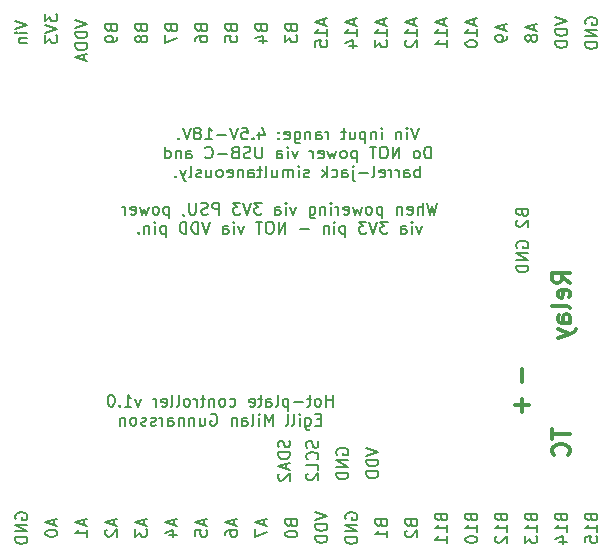
<source format=gbo>
G04 #@! TF.GenerationSoftware,KiCad,Pcbnew,(6.0.0)*
G04 #@! TF.CreationDate,2022-05-20T23:18:51+02:00*
G04 #@! TF.ProjectId,STM32F103_uC_v1,53544d33-3246-4313-9033-5f75435f7631,rev?*
G04 #@! TF.SameCoordinates,Original*
G04 #@! TF.FileFunction,Legend,Bot*
G04 #@! TF.FilePolarity,Positive*
%FSLAX46Y46*%
G04 Gerber Fmt 4.6, Leading zero omitted, Abs format (unit mm)*
G04 Created by KiCad (PCBNEW (6.0.0)) date 2022-05-20 23:18:51*
%MOMM*%
%LPD*%
G01*
G04 APERTURE LIST*
%ADD10C,0.150000*%
%ADD11C,0.300000*%
G04 APERTURE END LIST*
D10*
X205240000Y-70993095D02*
X205192380Y-70897857D01*
X205192380Y-70755000D01*
X205240000Y-70612142D01*
X205335238Y-70516904D01*
X205430476Y-70469285D01*
X205620952Y-70421666D01*
X205763809Y-70421666D01*
X205954285Y-70469285D01*
X206049523Y-70516904D01*
X206144761Y-70612142D01*
X206192380Y-70755000D01*
X206192380Y-70850238D01*
X206144761Y-70993095D01*
X206097142Y-71040714D01*
X205763809Y-71040714D01*
X205763809Y-70850238D01*
X206192380Y-71469285D02*
X205192380Y-71469285D01*
X206192380Y-72040714D01*
X205192380Y-72040714D01*
X206192380Y-72516904D02*
X205192380Y-72516904D01*
X205192380Y-72755000D01*
X205240000Y-72897857D01*
X205335238Y-72993095D01*
X205430476Y-73040714D01*
X205620952Y-73088333D01*
X205763809Y-73088333D01*
X205954285Y-73040714D01*
X206049523Y-72993095D01*
X206144761Y-72897857D01*
X206192380Y-72755000D01*
X206192380Y-72516904D01*
X180268571Y-71350238D02*
X180316190Y-71493095D01*
X180363809Y-71540714D01*
X180459047Y-71588333D01*
X180601904Y-71588333D01*
X180697142Y-71540714D01*
X180744761Y-71493095D01*
X180792380Y-71397857D01*
X180792380Y-71016904D01*
X179792380Y-71016904D01*
X179792380Y-71350238D01*
X179840000Y-71445476D01*
X179887619Y-71493095D01*
X179982857Y-71540714D01*
X180078095Y-71540714D01*
X180173333Y-71493095D01*
X180220952Y-71445476D01*
X180268571Y-71350238D01*
X180268571Y-71016904D01*
X179792380Y-71921666D02*
X179792380Y-72540714D01*
X180173333Y-72207380D01*
X180173333Y-72350238D01*
X180220952Y-72445476D01*
X180268571Y-72493095D01*
X180363809Y-72540714D01*
X180601904Y-72540714D01*
X180697142Y-72493095D01*
X180744761Y-72445476D01*
X180792380Y-72350238D01*
X180792380Y-72064523D01*
X180744761Y-71969285D01*
X180697142Y-71921666D01*
X156980000Y-112903095D02*
X156932380Y-112807857D01*
X156932380Y-112665000D01*
X156980000Y-112522142D01*
X157075238Y-112426904D01*
X157170476Y-112379285D01*
X157360952Y-112331666D01*
X157503809Y-112331666D01*
X157694285Y-112379285D01*
X157789523Y-112426904D01*
X157884761Y-112522142D01*
X157932380Y-112665000D01*
X157932380Y-112760238D01*
X157884761Y-112903095D01*
X157837142Y-112950714D01*
X157503809Y-112950714D01*
X157503809Y-112760238D01*
X157932380Y-113379285D02*
X156932380Y-113379285D01*
X157932380Y-113950714D01*
X156932380Y-113950714D01*
X157932380Y-114426904D02*
X156932380Y-114426904D01*
X156932380Y-114665000D01*
X156980000Y-114807857D01*
X157075238Y-114903095D01*
X157170476Y-114950714D01*
X157360952Y-114998333D01*
X157503809Y-114998333D01*
X157694285Y-114950714D01*
X157789523Y-114903095D01*
X157884761Y-114807857D01*
X157932380Y-114665000D01*
X157932380Y-114426904D01*
X160186666Y-112950714D02*
X160186666Y-113426904D01*
X160472380Y-112855476D02*
X159472380Y-113188809D01*
X160472380Y-113522142D01*
X159472380Y-114045952D02*
X159472380Y-114141190D01*
X159520000Y-114236428D01*
X159567619Y-114284047D01*
X159662857Y-114331666D01*
X159853333Y-114379285D01*
X160091428Y-114379285D01*
X160281904Y-114331666D01*
X160377142Y-114284047D01*
X160424761Y-114236428D01*
X160472380Y-114141190D01*
X160472380Y-114045952D01*
X160424761Y-113950714D01*
X160377142Y-113903095D01*
X160281904Y-113855476D01*
X160091428Y-113807857D01*
X159853333Y-113807857D01*
X159662857Y-113855476D01*
X159567619Y-113903095D01*
X159520000Y-113950714D01*
X159472380Y-114045952D01*
X172648571Y-71350238D02*
X172696190Y-71493095D01*
X172743809Y-71540714D01*
X172839047Y-71588333D01*
X172981904Y-71588333D01*
X173077142Y-71540714D01*
X173124761Y-71493095D01*
X173172380Y-71397857D01*
X173172380Y-71016904D01*
X172172380Y-71016904D01*
X172172380Y-71350238D01*
X172220000Y-71445476D01*
X172267619Y-71493095D01*
X172362857Y-71540714D01*
X172458095Y-71540714D01*
X172553333Y-71493095D01*
X172600952Y-71445476D01*
X172648571Y-71350238D01*
X172648571Y-71016904D01*
X172172380Y-72445476D02*
X172172380Y-72255000D01*
X172220000Y-72159761D01*
X172267619Y-72112142D01*
X172410476Y-72016904D01*
X172600952Y-71969285D01*
X172981904Y-71969285D01*
X173077142Y-72016904D01*
X173124761Y-72064523D01*
X173172380Y-72159761D01*
X173172380Y-72350238D01*
X173124761Y-72445476D01*
X173077142Y-72493095D01*
X172981904Y-72540714D01*
X172743809Y-72540714D01*
X172648571Y-72493095D01*
X172600952Y-72445476D01*
X172553333Y-72350238D01*
X172553333Y-72159761D01*
X172600952Y-72064523D01*
X172648571Y-72016904D01*
X172743809Y-71969285D01*
X191086095Y-79757380D02*
X190752761Y-80757380D01*
X190419428Y-79757380D01*
X190086095Y-80757380D02*
X190086095Y-80090714D01*
X190086095Y-79757380D02*
X190133714Y-79805000D01*
X190086095Y-79852619D01*
X190038476Y-79805000D01*
X190086095Y-79757380D01*
X190086095Y-79852619D01*
X189609904Y-80090714D02*
X189609904Y-80757380D01*
X189609904Y-80185952D02*
X189562285Y-80138333D01*
X189467047Y-80090714D01*
X189324190Y-80090714D01*
X189228952Y-80138333D01*
X189181333Y-80233571D01*
X189181333Y-80757380D01*
X187943238Y-80757380D02*
X187943238Y-80090714D01*
X187943238Y-79757380D02*
X187990857Y-79805000D01*
X187943238Y-79852619D01*
X187895619Y-79805000D01*
X187943238Y-79757380D01*
X187943238Y-79852619D01*
X187467047Y-80090714D02*
X187467047Y-80757380D01*
X187467047Y-80185952D02*
X187419428Y-80138333D01*
X187324190Y-80090714D01*
X187181333Y-80090714D01*
X187086095Y-80138333D01*
X187038476Y-80233571D01*
X187038476Y-80757380D01*
X186562285Y-80090714D02*
X186562285Y-81090714D01*
X186562285Y-80138333D02*
X186467047Y-80090714D01*
X186276571Y-80090714D01*
X186181333Y-80138333D01*
X186133714Y-80185952D01*
X186086095Y-80281190D01*
X186086095Y-80566904D01*
X186133714Y-80662142D01*
X186181333Y-80709761D01*
X186276571Y-80757380D01*
X186467047Y-80757380D01*
X186562285Y-80709761D01*
X185228952Y-80090714D02*
X185228952Y-80757380D01*
X185657523Y-80090714D02*
X185657523Y-80614523D01*
X185609904Y-80709761D01*
X185514666Y-80757380D01*
X185371809Y-80757380D01*
X185276571Y-80709761D01*
X185228952Y-80662142D01*
X184895619Y-80090714D02*
X184514666Y-80090714D01*
X184752761Y-79757380D02*
X184752761Y-80614523D01*
X184705142Y-80709761D01*
X184609904Y-80757380D01*
X184514666Y-80757380D01*
X183419428Y-80757380D02*
X183419428Y-80090714D01*
X183419428Y-80281190D02*
X183371809Y-80185952D01*
X183324190Y-80138333D01*
X183228952Y-80090714D01*
X183133714Y-80090714D01*
X182371809Y-80757380D02*
X182371809Y-80233571D01*
X182419428Y-80138333D01*
X182514666Y-80090714D01*
X182705142Y-80090714D01*
X182800380Y-80138333D01*
X182371809Y-80709761D02*
X182467047Y-80757380D01*
X182705142Y-80757380D01*
X182800380Y-80709761D01*
X182848000Y-80614523D01*
X182848000Y-80519285D01*
X182800380Y-80424047D01*
X182705142Y-80376428D01*
X182467047Y-80376428D01*
X182371809Y-80328809D01*
X181895619Y-80090714D02*
X181895619Y-80757380D01*
X181895619Y-80185952D02*
X181848000Y-80138333D01*
X181752761Y-80090714D01*
X181609904Y-80090714D01*
X181514666Y-80138333D01*
X181467047Y-80233571D01*
X181467047Y-80757380D01*
X180562285Y-80090714D02*
X180562285Y-80900238D01*
X180609904Y-80995476D01*
X180657523Y-81043095D01*
X180752761Y-81090714D01*
X180895619Y-81090714D01*
X180990857Y-81043095D01*
X180562285Y-80709761D02*
X180657523Y-80757380D01*
X180848000Y-80757380D01*
X180943238Y-80709761D01*
X180990857Y-80662142D01*
X181038476Y-80566904D01*
X181038476Y-80281190D01*
X180990857Y-80185952D01*
X180943238Y-80138333D01*
X180848000Y-80090714D01*
X180657523Y-80090714D01*
X180562285Y-80138333D01*
X179705142Y-80709761D02*
X179800380Y-80757380D01*
X179990857Y-80757380D01*
X180086095Y-80709761D01*
X180133714Y-80614523D01*
X180133714Y-80233571D01*
X180086095Y-80138333D01*
X179990857Y-80090714D01*
X179800380Y-80090714D01*
X179705142Y-80138333D01*
X179657523Y-80233571D01*
X179657523Y-80328809D01*
X180133714Y-80424047D01*
X179228952Y-80662142D02*
X179181333Y-80709761D01*
X179228952Y-80757380D01*
X179276571Y-80709761D01*
X179228952Y-80662142D01*
X179228952Y-80757380D01*
X179228952Y-80138333D02*
X179181333Y-80185952D01*
X179228952Y-80233571D01*
X179276571Y-80185952D01*
X179228952Y-80138333D01*
X179228952Y-80233571D01*
X177562285Y-80090714D02*
X177562285Y-80757380D01*
X177800380Y-79709761D02*
X178038476Y-80424047D01*
X177419428Y-80424047D01*
X177038476Y-80662142D02*
X176990857Y-80709761D01*
X177038476Y-80757380D01*
X177086095Y-80709761D01*
X177038476Y-80662142D01*
X177038476Y-80757380D01*
X176086095Y-79757380D02*
X176562285Y-79757380D01*
X176609904Y-80233571D01*
X176562285Y-80185952D01*
X176467047Y-80138333D01*
X176228952Y-80138333D01*
X176133714Y-80185952D01*
X176086095Y-80233571D01*
X176038476Y-80328809D01*
X176038476Y-80566904D01*
X176086095Y-80662142D01*
X176133714Y-80709761D01*
X176228952Y-80757380D01*
X176467047Y-80757380D01*
X176562285Y-80709761D01*
X176609904Y-80662142D01*
X175752761Y-79757380D02*
X175419428Y-80757380D01*
X175086095Y-79757380D01*
X174752761Y-80376428D02*
X173990857Y-80376428D01*
X172990857Y-80757380D02*
X173562285Y-80757380D01*
X173276571Y-80757380D02*
X173276571Y-79757380D01*
X173371809Y-79900238D01*
X173467047Y-79995476D01*
X173562285Y-80043095D01*
X172419428Y-80185952D02*
X172514666Y-80138333D01*
X172562285Y-80090714D01*
X172609904Y-79995476D01*
X172609904Y-79947857D01*
X172562285Y-79852619D01*
X172514666Y-79805000D01*
X172419428Y-79757380D01*
X172228952Y-79757380D01*
X172133714Y-79805000D01*
X172086095Y-79852619D01*
X172038476Y-79947857D01*
X172038476Y-79995476D01*
X172086095Y-80090714D01*
X172133714Y-80138333D01*
X172228952Y-80185952D01*
X172419428Y-80185952D01*
X172514666Y-80233571D01*
X172562285Y-80281190D01*
X172609904Y-80376428D01*
X172609904Y-80566904D01*
X172562285Y-80662142D01*
X172514666Y-80709761D01*
X172419428Y-80757380D01*
X172228952Y-80757380D01*
X172133714Y-80709761D01*
X172086095Y-80662142D01*
X172038476Y-80566904D01*
X172038476Y-80376428D01*
X172086095Y-80281190D01*
X172133714Y-80233571D01*
X172228952Y-80185952D01*
X171752761Y-79757380D02*
X171419428Y-80757380D01*
X171086095Y-79757380D01*
X170752761Y-80662142D02*
X170705142Y-80709761D01*
X170752761Y-80757380D01*
X170800380Y-80709761D01*
X170752761Y-80662142D01*
X170752761Y-80757380D01*
X192109904Y-82367380D02*
X192109904Y-81367380D01*
X191871809Y-81367380D01*
X191728952Y-81415000D01*
X191633714Y-81510238D01*
X191586095Y-81605476D01*
X191538476Y-81795952D01*
X191538476Y-81938809D01*
X191586095Y-82129285D01*
X191633714Y-82224523D01*
X191728952Y-82319761D01*
X191871809Y-82367380D01*
X192109904Y-82367380D01*
X190967047Y-82367380D02*
X191062285Y-82319761D01*
X191109904Y-82272142D01*
X191157523Y-82176904D01*
X191157523Y-81891190D01*
X191109904Y-81795952D01*
X191062285Y-81748333D01*
X190967047Y-81700714D01*
X190824190Y-81700714D01*
X190728952Y-81748333D01*
X190681333Y-81795952D01*
X190633714Y-81891190D01*
X190633714Y-82176904D01*
X190681333Y-82272142D01*
X190728952Y-82319761D01*
X190824190Y-82367380D01*
X190967047Y-82367380D01*
X189443238Y-82367380D02*
X189443238Y-81367380D01*
X188871809Y-82367380D01*
X188871809Y-81367380D01*
X188205142Y-81367380D02*
X188014666Y-81367380D01*
X187919428Y-81415000D01*
X187824190Y-81510238D01*
X187776571Y-81700714D01*
X187776571Y-82034047D01*
X187824190Y-82224523D01*
X187919428Y-82319761D01*
X188014666Y-82367380D01*
X188205142Y-82367380D01*
X188300380Y-82319761D01*
X188395619Y-82224523D01*
X188443238Y-82034047D01*
X188443238Y-81700714D01*
X188395619Y-81510238D01*
X188300380Y-81415000D01*
X188205142Y-81367380D01*
X187490857Y-81367380D02*
X186919428Y-81367380D01*
X187205142Y-82367380D02*
X187205142Y-81367380D01*
X185824190Y-81700714D02*
X185824190Y-82700714D01*
X185824190Y-81748333D02*
X185728952Y-81700714D01*
X185538476Y-81700714D01*
X185443238Y-81748333D01*
X185395619Y-81795952D01*
X185348000Y-81891190D01*
X185348000Y-82176904D01*
X185395619Y-82272142D01*
X185443238Y-82319761D01*
X185538476Y-82367380D01*
X185728952Y-82367380D01*
X185824190Y-82319761D01*
X184776571Y-82367380D02*
X184871809Y-82319761D01*
X184919428Y-82272142D01*
X184967047Y-82176904D01*
X184967047Y-81891190D01*
X184919428Y-81795952D01*
X184871809Y-81748333D01*
X184776571Y-81700714D01*
X184633714Y-81700714D01*
X184538476Y-81748333D01*
X184490857Y-81795952D01*
X184443238Y-81891190D01*
X184443238Y-82176904D01*
X184490857Y-82272142D01*
X184538476Y-82319761D01*
X184633714Y-82367380D01*
X184776571Y-82367380D01*
X184109904Y-81700714D02*
X183919428Y-82367380D01*
X183728952Y-81891190D01*
X183538476Y-82367380D01*
X183348000Y-81700714D01*
X182586095Y-82319761D02*
X182681333Y-82367380D01*
X182871809Y-82367380D01*
X182967047Y-82319761D01*
X183014666Y-82224523D01*
X183014666Y-81843571D01*
X182967047Y-81748333D01*
X182871809Y-81700714D01*
X182681333Y-81700714D01*
X182586095Y-81748333D01*
X182538476Y-81843571D01*
X182538476Y-81938809D01*
X183014666Y-82034047D01*
X182109904Y-82367380D02*
X182109904Y-81700714D01*
X182109904Y-81891190D02*
X182062285Y-81795952D01*
X182014666Y-81748333D01*
X181919428Y-81700714D01*
X181824190Y-81700714D01*
X180824190Y-81700714D02*
X180586095Y-82367380D01*
X180348000Y-81700714D01*
X179967047Y-82367380D02*
X179967047Y-81700714D01*
X179967047Y-81367380D02*
X180014666Y-81415000D01*
X179967047Y-81462619D01*
X179919428Y-81415000D01*
X179967047Y-81367380D01*
X179967047Y-81462619D01*
X179062285Y-82367380D02*
X179062285Y-81843571D01*
X179109904Y-81748333D01*
X179205142Y-81700714D01*
X179395619Y-81700714D01*
X179490857Y-81748333D01*
X179062285Y-82319761D02*
X179157523Y-82367380D01*
X179395619Y-82367380D01*
X179490857Y-82319761D01*
X179538476Y-82224523D01*
X179538476Y-82129285D01*
X179490857Y-82034047D01*
X179395619Y-81986428D01*
X179157523Y-81986428D01*
X179062285Y-81938809D01*
X177824190Y-81367380D02*
X177824190Y-82176904D01*
X177776571Y-82272142D01*
X177728952Y-82319761D01*
X177633714Y-82367380D01*
X177443238Y-82367380D01*
X177348000Y-82319761D01*
X177300380Y-82272142D01*
X177252761Y-82176904D01*
X177252761Y-81367380D01*
X176824190Y-82319761D02*
X176681333Y-82367380D01*
X176443238Y-82367380D01*
X176348000Y-82319761D01*
X176300380Y-82272142D01*
X176252761Y-82176904D01*
X176252761Y-82081666D01*
X176300380Y-81986428D01*
X176348000Y-81938809D01*
X176443238Y-81891190D01*
X176633714Y-81843571D01*
X176728952Y-81795952D01*
X176776571Y-81748333D01*
X176824190Y-81653095D01*
X176824190Y-81557857D01*
X176776571Y-81462619D01*
X176728952Y-81415000D01*
X176633714Y-81367380D01*
X176395619Y-81367380D01*
X176252761Y-81415000D01*
X175490857Y-81843571D02*
X175348000Y-81891190D01*
X175300380Y-81938809D01*
X175252761Y-82034047D01*
X175252761Y-82176904D01*
X175300380Y-82272142D01*
X175348000Y-82319761D01*
X175443238Y-82367380D01*
X175824190Y-82367380D01*
X175824190Y-81367380D01*
X175490857Y-81367380D01*
X175395619Y-81415000D01*
X175348000Y-81462619D01*
X175300380Y-81557857D01*
X175300380Y-81653095D01*
X175348000Y-81748333D01*
X175395619Y-81795952D01*
X175490857Y-81843571D01*
X175824190Y-81843571D01*
X174824190Y-81986428D02*
X174062285Y-81986428D01*
X173014666Y-82272142D02*
X173062285Y-82319761D01*
X173205142Y-82367380D01*
X173300380Y-82367380D01*
X173443238Y-82319761D01*
X173538476Y-82224523D01*
X173586095Y-82129285D01*
X173633714Y-81938809D01*
X173633714Y-81795952D01*
X173586095Y-81605476D01*
X173538476Y-81510238D01*
X173443238Y-81415000D01*
X173300380Y-81367380D01*
X173205142Y-81367380D01*
X173062285Y-81415000D01*
X173014666Y-81462619D01*
X171395619Y-82367380D02*
X171395619Y-81843571D01*
X171443238Y-81748333D01*
X171538476Y-81700714D01*
X171728952Y-81700714D01*
X171824190Y-81748333D01*
X171395619Y-82319761D02*
X171490857Y-82367380D01*
X171728952Y-82367380D01*
X171824190Y-82319761D01*
X171871809Y-82224523D01*
X171871809Y-82129285D01*
X171824190Y-82034047D01*
X171728952Y-81986428D01*
X171490857Y-81986428D01*
X171395619Y-81938809D01*
X170919428Y-81700714D02*
X170919428Y-82367380D01*
X170919428Y-81795952D02*
X170871809Y-81748333D01*
X170776571Y-81700714D01*
X170633714Y-81700714D01*
X170538476Y-81748333D01*
X170490857Y-81843571D01*
X170490857Y-82367380D01*
X169586095Y-82367380D02*
X169586095Y-81367380D01*
X169586095Y-82319761D02*
X169681333Y-82367380D01*
X169871809Y-82367380D01*
X169967047Y-82319761D01*
X170014666Y-82272142D01*
X170062285Y-82176904D01*
X170062285Y-81891190D01*
X170014666Y-81795952D01*
X169967047Y-81748333D01*
X169871809Y-81700714D01*
X169681333Y-81700714D01*
X169586095Y-81748333D01*
X191181333Y-83977380D02*
X191181333Y-82977380D01*
X191181333Y-83358333D02*
X191086095Y-83310714D01*
X190895619Y-83310714D01*
X190800380Y-83358333D01*
X190752761Y-83405952D01*
X190705142Y-83501190D01*
X190705142Y-83786904D01*
X190752761Y-83882142D01*
X190800380Y-83929761D01*
X190895619Y-83977380D01*
X191086095Y-83977380D01*
X191181333Y-83929761D01*
X189848000Y-83977380D02*
X189848000Y-83453571D01*
X189895619Y-83358333D01*
X189990857Y-83310714D01*
X190181333Y-83310714D01*
X190276571Y-83358333D01*
X189848000Y-83929761D02*
X189943238Y-83977380D01*
X190181333Y-83977380D01*
X190276571Y-83929761D01*
X190324190Y-83834523D01*
X190324190Y-83739285D01*
X190276571Y-83644047D01*
X190181333Y-83596428D01*
X189943238Y-83596428D01*
X189848000Y-83548809D01*
X189371809Y-83977380D02*
X189371809Y-83310714D01*
X189371809Y-83501190D02*
X189324190Y-83405952D01*
X189276571Y-83358333D01*
X189181333Y-83310714D01*
X189086095Y-83310714D01*
X188752761Y-83977380D02*
X188752761Y-83310714D01*
X188752761Y-83501190D02*
X188705142Y-83405952D01*
X188657523Y-83358333D01*
X188562285Y-83310714D01*
X188467047Y-83310714D01*
X187752761Y-83929761D02*
X187848000Y-83977380D01*
X188038476Y-83977380D01*
X188133714Y-83929761D01*
X188181333Y-83834523D01*
X188181333Y-83453571D01*
X188133714Y-83358333D01*
X188038476Y-83310714D01*
X187848000Y-83310714D01*
X187752761Y-83358333D01*
X187705142Y-83453571D01*
X187705142Y-83548809D01*
X188181333Y-83644047D01*
X187133714Y-83977380D02*
X187228952Y-83929761D01*
X187276571Y-83834523D01*
X187276571Y-82977380D01*
X186752761Y-83596428D02*
X185990857Y-83596428D01*
X185514666Y-83310714D02*
X185514666Y-84167857D01*
X185562285Y-84263095D01*
X185657523Y-84310714D01*
X185705142Y-84310714D01*
X185514666Y-82977380D02*
X185562285Y-83025000D01*
X185514666Y-83072619D01*
X185467047Y-83025000D01*
X185514666Y-82977380D01*
X185514666Y-83072619D01*
X184609904Y-83977380D02*
X184609904Y-83453571D01*
X184657523Y-83358333D01*
X184752761Y-83310714D01*
X184943238Y-83310714D01*
X185038476Y-83358333D01*
X184609904Y-83929761D02*
X184705142Y-83977380D01*
X184943238Y-83977380D01*
X185038476Y-83929761D01*
X185086095Y-83834523D01*
X185086095Y-83739285D01*
X185038476Y-83644047D01*
X184943238Y-83596428D01*
X184705142Y-83596428D01*
X184609904Y-83548809D01*
X183705142Y-83929761D02*
X183800380Y-83977380D01*
X183990857Y-83977380D01*
X184086095Y-83929761D01*
X184133714Y-83882142D01*
X184181333Y-83786904D01*
X184181333Y-83501190D01*
X184133714Y-83405952D01*
X184086095Y-83358333D01*
X183990857Y-83310714D01*
X183800380Y-83310714D01*
X183705142Y-83358333D01*
X183276571Y-83977380D02*
X183276571Y-82977380D01*
X183181333Y-83596428D02*
X182895619Y-83977380D01*
X182895619Y-83310714D02*
X183276571Y-83691666D01*
X181752761Y-83929761D02*
X181657523Y-83977380D01*
X181467047Y-83977380D01*
X181371809Y-83929761D01*
X181324190Y-83834523D01*
X181324190Y-83786904D01*
X181371809Y-83691666D01*
X181467047Y-83644047D01*
X181609904Y-83644047D01*
X181705142Y-83596428D01*
X181752761Y-83501190D01*
X181752761Y-83453571D01*
X181705142Y-83358333D01*
X181609904Y-83310714D01*
X181467047Y-83310714D01*
X181371809Y-83358333D01*
X180895619Y-83977380D02*
X180895619Y-83310714D01*
X180895619Y-82977380D02*
X180943238Y-83025000D01*
X180895619Y-83072619D01*
X180848000Y-83025000D01*
X180895619Y-82977380D01*
X180895619Y-83072619D01*
X180419428Y-83977380D02*
X180419428Y-83310714D01*
X180419428Y-83405952D02*
X180371809Y-83358333D01*
X180276571Y-83310714D01*
X180133714Y-83310714D01*
X180038476Y-83358333D01*
X179990857Y-83453571D01*
X179990857Y-83977380D01*
X179990857Y-83453571D02*
X179943238Y-83358333D01*
X179848000Y-83310714D01*
X179705142Y-83310714D01*
X179609904Y-83358333D01*
X179562285Y-83453571D01*
X179562285Y-83977380D01*
X178657523Y-83310714D02*
X178657523Y-83977380D01*
X179086095Y-83310714D02*
X179086095Y-83834523D01*
X179038476Y-83929761D01*
X178943238Y-83977380D01*
X178800380Y-83977380D01*
X178705142Y-83929761D01*
X178657523Y-83882142D01*
X178038476Y-83977380D02*
X178133714Y-83929761D01*
X178181333Y-83834523D01*
X178181333Y-82977380D01*
X177800380Y-83310714D02*
X177419428Y-83310714D01*
X177657523Y-82977380D02*
X177657523Y-83834523D01*
X177609904Y-83929761D01*
X177514666Y-83977380D01*
X177419428Y-83977380D01*
X176657523Y-83977380D02*
X176657523Y-83453571D01*
X176705142Y-83358333D01*
X176800380Y-83310714D01*
X176990857Y-83310714D01*
X177086095Y-83358333D01*
X176657523Y-83929761D02*
X176752761Y-83977380D01*
X176990857Y-83977380D01*
X177086095Y-83929761D01*
X177133714Y-83834523D01*
X177133714Y-83739285D01*
X177086095Y-83644047D01*
X176990857Y-83596428D01*
X176752761Y-83596428D01*
X176657523Y-83548809D01*
X176181333Y-83310714D02*
X176181333Y-83977380D01*
X176181333Y-83405952D02*
X176133714Y-83358333D01*
X176038476Y-83310714D01*
X175895619Y-83310714D01*
X175800380Y-83358333D01*
X175752761Y-83453571D01*
X175752761Y-83977380D01*
X174895619Y-83929761D02*
X174990857Y-83977380D01*
X175181333Y-83977380D01*
X175276571Y-83929761D01*
X175324190Y-83834523D01*
X175324190Y-83453571D01*
X175276571Y-83358333D01*
X175181333Y-83310714D01*
X174990857Y-83310714D01*
X174895619Y-83358333D01*
X174848000Y-83453571D01*
X174848000Y-83548809D01*
X175324190Y-83644047D01*
X174276571Y-83977380D02*
X174371809Y-83929761D01*
X174419428Y-83882142D01*
X174467047Y-83786904D01*
X174467047Y-83501190D01*
X174419428Y-83405952D01*
X174371809Y-83358333D01*
X174276571Y-83310714D01*
X174133714Y-83310714D01*
X174038476Y-83358333D01*
X173990857Y-83405952D01*
X173943238Y-83501190D01*
X173943238Y-83786904D01*
X173990857Y-83882142D01*
X174038476Y-83929761D01*
X174133714Y-83977380D01*
X174276571Y-83977380D01*
X173086095Y-83310714D02*
X173086095Y-83977380D01*
X173514666Y-83310714D02*
X173514666Y-83834523D01*
X173467047Y-83929761D01*
X173371809Y-83977380D01*
X173228952Y-83977380D01*
X173133714Y-83929761D01*
X173086095Y-83882142D01*
X172657523Y-83929761D02*
X172562285Y-83977380D01*
X172371809Y-83977380D01*
X172276571Y-83929761D01*
X172228952Y-83834523D01*
X172228952Y-83786904D01*
X172276571Y-83691666D01*
X172371809Y-83644047D01*
X172514666Y-83644047D01*
X172609904Y-83596428D01*
X172657523Y-83501190D01*
X172657523Y-83453571D01*
X172609904Y-83358333D01*
X172514666Y-83310714D01*
X172371809Y-83310714D01*
X172276571Y-83358333D01*
X171657523Y-83977380D02*
X171752761Y-83929761D01*
X171800380Y-83834523D01*
X171800380Y-82977380D01*
X171371809Y-83310714D02*
X171133714Y-83977380D01*
X170895619Y-83310714D02*
X171133714Y-83977380D01*
X171228952Y-84215476D01*
X171276571Y-84263095D01*
X171371809Y-84310714D01*
X170514666Y-83882142D02*
X170467047Y-83929761D01*
X170514666Y-83977380D01*
X170562285Y-83929761D01*
X170514666Y-83882142D01*
X170514666Y-83977380D01*
D11*
X199801942Y-102704971D02*
X199801942Y-103847828D01*
X200373371Y-103276400D02*
X199230514Y-103276400D01*
D10*
X180109761Y-106259523D02*
X180157380Y-106402380D01*
X180157380Y-106640476D01*
X180109761Y-106735714D01*
X180062142Y-106783333D01*
X179966904Y-106830952D01*
X179871666Y-106830952D01*
X179776428Y-106783333D01*
X179728809Y-106735714D01*
X179681190Y-106640476D01*
X179633571Y-106450000D01*
X179585952Y-106354761D01*
X179538333Y-106307142D01*
X179443095Y-106259523D01*
X179347857Y-106259523D01*
X179252619Y-106307142D01*
X179205000Y-106354761D01*
X179157380Y-106450000D01*
X179157380Y-106688095D01*
X179205000Y-106830952D01*
X180157380Y-107259523D02*
X179157380Y-107259523D01*
X179157380Y-107497619D01*
X179205000Y-107640476D01*
X179300238Y-107735714D01*
X179395476Y-107783333D01*
X179585952Y-107830952D01*
X179728809Y-107830952D01*
X179919285Y-107783333D01*
X180014523Y-107735714D01*
X180109761Y-107640476D01*
X180157380Y-107497619D01*
X180157380Y-107259523D01*
X179871666Y-108211904D02*
X179871666Y-108688095D01*
X180157380Y-108116666D02*
X179157380Y-108450000D01*
X180157380Y-108783333D01*
X179252619Y-109069047D02*
X179205000Y-109116666D01*
X179157380Y-109211904D01*
X179157380Y-109450000D01*
X179205000Y-109545238D01*
X179252619Y-109592857D01*
X179347857Y-109640476D01*
X179443095Y-109640476D01*
X179585952Y-109592857D01*
X180157380Y-109021428D01*
X180157380Y-109640476D01*
X180268571Y-113260238D02*
X180316190Y-113403095D01*
X180363809Y-113450714D01*
X180459047Y-113498333D01*
X180601904Y-113498333D01*
X180697142Y-113450714D01*
X180744761Y-113403095D01*
X180792380Y-113307857D01*
X180792380Y-112926904D01*
X179792380Y-112926904D01*
X179792380Y-113260238D01*
X179840000Y-113355476D01*
X179887619Y-113403095D01*
X179982857Y-113450714D01*
X180078095Y-113450714D01*
X180173333Y-113403095D01*
X180220952Y-113355476D01*
X180268571Y-113260238D01*
X180268571Y-112926904D01*
X179792380Y-114117380D02*
X179792380Y-114212619D01*
X179840000Y-114307857D01*
X179887619Y-114355476D01*
X179982857Y-114403095D01*
X180173333Y-114450714D01*
X180411428Y-114450714D01*
X180601904Y-114403095D01*
X180697142Y-114355476D01*
X180744761Y-114307857D01*
X180792380Y-114212619D01*
X180792380Y-114117380D01*
X180744761Y-114022142D01*
X180697142Y-113974523D01*
X180601904Y-113926904D01*
X180411428Y-113879285D01*
X180173333Y-113879285D01*
X179982857Y-113926904D01*
X179887619Y-113974523D01*
X179840000Y-114022142D01*
X179792380Y-114117380D01*
X190428571Y-113260238D02*
X190476190Y-113403095D01*
X190523809Y-113450714D01*
X190619047Y-113498333D01*
X190761904Y-113498333D01*
X190857142Y-113450714D01*
X190904761Y-113403095D01*
X190952380Y-113307857D01*
X190952380Y-112926904D01*
X189952380Y-112926904D01*
X189952380Y-113260238D01*
X190000000Y-113355476D01*
X190047619Y-113403095D01*
X190142857Y-113450714D01*
X190238095Y-113450714D01*
X190333333Y-113403095D01*
X190380952Y-113355476D01*
X190428571Y-113260238D01*
X190428571Y-112926904D01*
X190047619Y-113879285D02*
X190000000Y-113926904D01*
X189952380Y-114022142D01*
X189952380Y-114260238D01*
X190000000Y-114355476D01*
X190047619Y-114403095D01*
X190142857Y-114450714D01*
X190238095Y-114450714D01*
X190380952Y-114403095D01*
X190952380Y-113831666D01*
X190952380Y-114450714D01*
X199398000Y-89916095D02*
X199350380Y-89820857D01*
X199350380Y-89678000D01*
X199398000Y-89535142D01*
X199493238Y-89439904D01*
X199588476Y-89392285D01*
X199778952Y-89344666D01*
X199921809Y-89344666D01*
X200112285Y-89392285D01*
X200207523Y-89439904D01*
X200302761Y-89535142D01*
X200350380Y-89678000D01*
X200350380Y-89773238D01*
X200302761Y-89916095D01*
X200255142Y-89963714D01*
X199921809Y-89963714D01*
X199921809Y-89773238D01*
X200350380Y-90392285D02*
X199350380Y-90392285D01*
X200350380Y-90963714D01*
X199350380Y-90963714D01*
X200350380Y-91439904D02*
X199350380Y-91439904D01*
X199350380Y-91678000D01*
X199398000Y-91820857D01*
X199493238Y-91916095D01*
X199588476Y-91963714D01*
X199778952Y-92011333D01*
X199921809Y-92011333D01*
X200112285Y-91963714D01*
X200207523Y-91916095D01*
X200302761Y-91820857D01*
X200350380Y-91678000D01*
X200350380Y-91439904D01*
X183046666Y-70564523D02*
X183046666Y-71040714D01*
X183332380Y-70469285D02*
X182332380Y-70802619D01*
X183332380Y-71135952D01*
X183332380Y-71993095D02*
X183332380Y-71421666D01*
X183332380Y-71707380D02*
X182332380Y-71707380D01*
X182475238Y-71612142D01*
X182570476Y-71516904D01*
X182618095Y-71421666D01*
X182332380Y-72897857D02*
X182332380Y-72421666D01*
X182808571Y-72374047D01*
X182760952Y-72421666D01*
X182713333Y-72516904D01*
X182713333Y-72755000D01*
X182760952Y-72850238D01*
X182808571Y-72897857D01*
X182903809Y-72945476D01*
X183141904Y-72945476D01*
X183237142Y-72897857D01*
X183284761Y-72850238D01*
X183332380Y-72755000D01*
X183332380Y-72516904D01*
X183284761Y-72421666D01*
X183237142Y-72374047D01*
X192643333Y-86117380D02*
X192405238Y-87117380D01*
X192214761Y-86403095D01*
X192024285Y-87117380D01*
X191786190Y-86117380D01*
X191405238Y-87117380D02*
X191405238Y-86117380D01*
X190976666Y-87117380D02*
X190976666Y-86593571D01*
X191024285Y-86498333D01*
X191119523Y-86450714D01*
X191262380Y-86450714D01*
X191357619Y-86498333D01*
X191405238Y-86545952D01*
X190119523Y-87069761D02*
X190214761Y-87117380D01*
X190405238Y-87117380D01*
X190500476Y-87069761D01*
X190548095Y-86974523D01*
X190548095Y-86593571D01*
X190500476Y-86498333D01*
X190405238Y-86450714D01*
X190214761Y-86450714D01*
X190119523Y-86498333D01*
X190071904Y-86593571D01*
X190071904Y-86688809D01*
X190548095Y-86784047D01*
X189643333Y-86450714D02*
X189643333Y-87117380D01*
X189643333Y-86545952D02*
X189595714Y-86498333D01*
X189500476Y-86450714D01*
X189357619Y-86450714D01*
X189262380Y-86498333D01*
X189214761Y-86593571D01*
X189214761Y-87117380D01*
X187976666Y-86450714D02*
X187976666Y-87450714D01*
X187976666Y-86498333D02*
X187881428Y-86450714D01*
X187690952Y-86450714D01*
X187595714Y-86498333D01*
X187548095Y-86545952D01*
X187500476Y-86641190D01*
X187500476Y-86926904D01*
X187548095Y-87022142D01*
X187595714Y-87069761D01*
X187690952Y-87117380D01*
X187881428Y-87117380D01*
X187976666Y-87069761D01*
X186929047Y-87117380D02*
X187024285Y-87069761D01*
X187071904Y-87022142D01*
X187119523Y-86926904D01*
X187119523Y-86641190D01*
X187071904Y-86545952D01*
X187024285Y-86498333D01*
X186929047Y-86450714D01*
X186786190Y-86450714D01*
X186690952Y-86498333D01*
X186643333Y-86545952D01*
X186595714Y-86641190D01*
X186595714Y-86926904D01*
X186643333Y-87022142D01*
X186690952Y-87069761D01*
X186786190Y-87117380D01*
X186929047Y-87117380D01*
X186262380Y-86450714D02*
X186071904Y-87117380D01*
X185881428Y-86641190D01*
X185690952Y-87117380D01*
X185500476Y-86450714D01*
X184738571Y-87069761D02*
X184833809Y-87117380D01*
X185024285Y-87117380D01*
X185119523Y-87069761D01*
X185167142Y-86974523D01*
X185167142Y-86593571D01*
X185119523Y-86498333D01*
X185024285Y-86450714D01*
X184833809Y-86450714D01*
X184738571Y-86498333D01*
X184690952Y-86593571D01*
X184690952Y-86688809D01*
X185167142Y-86784047D01*
X184262380Y-87117380D02*
X184262380Y-86450714D01*
X184262380Y-86641190D02*
X184214761Y-86545952D01*
X184167142Y-86498333D01*
X184071904Y-86450714D01*
X183976666Y-86450714D01*
X183643333Y-87117380D02*
X183643333Y-86450714D01*
X183643333Y-86117380D02*
X183690952Y-86165000D01*
X183643333Y-86212619D01*
X183595714Y-86165000D01*
X183643333Y-86117380D01*
X183643333Y-86212619D01*
X183167142Y-86450714D02*
X183167142Y-87117380D01*
X183167142Y-86545952D02*
X183119523Y-86498333D01*
X183024285Y-86450714D01*
X182881428Y-86450714D01*
X182786190Y-86498333D01*
X182738571Y-86593571D01*
X182738571Y-87117380D01*
X181833809Y-86450714D02*
X181833809Y-87260238D01*
X181881428Y-87355476D01*
X181929047Y-87403095D01*
X182024285Y-87450714D01*
X182167142Y-87450714D01*
X182262380Y-87403095D01*
X181833809Y-87069761D02*
X181929047Y-87117380D01*
X182119523Y-87117380D01*
X182214761Y-87069761D01*
X182262380Y-87022142D01*
X182310000Y-86926904D01*
X182310000Y-86641190D01*
X182262380Y-86545952D01*
X182214761Y-86498333D01*
X182119523Y-86450714D01*
X181929047Y-86450714D01*
X181833809Y-86498333D01*
X180690952Y-86450714D02*
X180452857Y-87117380D01*
X180214761Y-86450714D01*
X179833809Y-87117380D02*
X179833809Y-86450714D01*
X179833809Y-86117380D02*
X179881428Y-86165000D01*
X179833809Y-86212619D01*
X179786190Y-86165000D01*
X179833809Y-86117380D01*
X179833809Y-86212619D01*
X178929047Y-87117380D02*
X178929047Y-86593571D01*
X178976666Y-86498333D01*
X179071904Y-86450714D01*
X179262380Y-86450714D01*
X179357619Y-86498333D01*
X178929047Y-87069761D02*
X179024285Y-87117380D01*
X179262380Y-87117380D01*
X179357619Y-87069761D01*
X179405238Y-86974523D01*
X179405238Y-86879285D01*
X179357619Y-86784047D01*
X179262380Y-86736428D01*
X179024285Y-86736428D01*
X178929047Y-86688809D01*
X177786190Y-86117380D02*
X177167142Y-86117380D01*
X177500476Y-86498333D01*
X177357619Y-86498333D01*
X177262380Y-86545952D01*
X177214761Y-86593571D01*
X177167142Y-86688809D01*
X177167142Y-86926904D01*
X177214761Y-87022142D01*
X177262380Y-87069761D01*
X177357619Y-87117380D01*
X177643333Y-87117380D01*
X177738571Y-87069761D01*
X177786190Y-87022142D01*
X176881428Y-86117380D02*
X176548095Y-87117380D01*
X176214761Y-86117380D01*
X175976666Y-86117380D02*
X175357619Y-86117380D01*
X175690952Y-86498333D01*
X175548095Y-86498333D01*
X175452857Y-86545952D01*
X175405238Y-86593571D01*
X175357619Y-86688809D01*
X175357619Y-86926904D01*
X175405238Y-87022142D01*
X175452857Y-87069761D01*
X175548095Y-87117380D01*
X175833809Y-87117380D01*
X175929047Y-87069761D01*
X175976666Y-87022142D01*
X174167142Y-87117380D02*
X174167142Y-86117380D01*
X173786190Y-86117380D01*
X173690952Y-86165000D01*
X173643333Y-86212619D01*
X173595714Y-86307857D01*
X173595714Y-86450714D01*
X173643333Y-86545952D01*
X173690952Y-86593571D01*
X173786190Y-86641190D01*
X174167142Y-86641190D01*
X173214761Y-87069761D02*
X173071904Y-87117380D01*
X172833809Y-87117380D01*
X172738571Y-87069761D01*
X172690952Y-87022142D01*
X172643333Y-86926904D01*
X172643333Y-86831666D01*
X172690952Y-86736428D01*
X172738571Y-86688809D01*
X172833809Y-86641190D01*
X173024285Y-86593571D01*
X173119523Y-86545952D01*
X173167142Y-86498333D01*
X173214761Y-86403095D01*
X173214761Y-86307857D01*
X173167142Y-86212619D01*
X173119523Y-86165000D01*
X173024285Y-86117380D01*
X172786190Y-86117380D01*
X172643333Y-86165000D01*
X172214761Y-86117380D02*
X172214761Y-86926904D01*
X172167142Y-87022142D01*
X172119523Y-87069761D01*
X172024285Y-87117380D01*
X171833809Y-87117380D01*
X171738571Y-87069761D01*
X171690952Y-87022142D01*
X171643333Y-86926904D01*
X171643333Y-86117380D01*
X171119523Y-87069761D02*
X171119523Y-87117380D01*
X171167142Y-87212619D01*
X171214761Y-87260238D01*
X169929047Y-86450714D02*
X169929047Y-87450714D01*
X169929047Y-86498333D02*
X169833809Y-86450714D01*
X169643333Y-86450714D01*
X169548095Y-86498333D01*
X169500476Y-86545952D01*
X169452857Y-86641190D01*
X169452857Y-86926904D01*
X169500476Y-87022142D01*
X169548095Y-87069761D01*
X169643333Y-87117380D01*
X169833809Y-87117380D01*
X169929047Y-87069761D01*
X168881428Y-87117380D02*
X168976666Y-87069761D01*
X169024285Y-87022142D01*
X169071904Y-86926904D01*
X169071904Y-86641190D01*
X169024285Y-86545952D01*
X168976666Y-86498333D01*
X168881428Y-86450714D01*
X168738571Y-86450714D01*
X168643333Y-86498333D01*
X168595714Y-86545952D01*
X168548095Y-86641190D01*
X168548095Y-86926904D01*
X168595714Y-87022142D01*
X168643333Y-87069761D01*
X168738571Y-87117380D01*
X168881428Y-87117380D01*
X168214761Y-86450714D02*
X168024285Y-87117380D01*
X167833809Y-86641190D01*
X167643333Y-87117380D01*
X167452857Y-86450714D01*
X166690952Y-87069761D02*
X166786190Y-87117380D01*
X166976666Y-87117380D01*
X167071904Y-87069761D01*
X167119523Y-86974523D01*
X167119523Y-86593571D01*
X167071904Y-86498333D01*
X166976666Y-86450714D01*
X166786190Y-86450714D01*
X166690952Y-86498333D01*
X166643333Y-86593571D01*
X166643333Y-86688809D01*
X167119523Y-86784047D01*
X166214761Y-87117380D02*
X166214761Y-86450714D01*
X166214761Y-86641190D02*
X166167142Y-86545952D01*
X166119523Y-86498333D01*
X166024285Y-86450714D01*
X165929047Y-86450714D01*
X191357619Y-88060714D02*
X191119523Y-88727380D01*
X190881428Y-88060714D01*
X190500476Y-88727380D02*
X190500476Y-88060714D01*
X190500476Y-87727380D02*
X190548095Y-87775000D01*
X190500476Y-87822619D01*
X190452857Y-87775000D01*
X190500476Y-87727380D01*
X190500476Y-87822619D01*
X189595714Y-88727380D02*
X189595714Y-88203571D01*
X189643333Y-88108333D01*
X189738571Y-88060714D01*
X189929047Y-88060714D01*
X190024285Y-88108333D01*
X189595714Y-88679761D02*
X189690952Y-88727380D01*
X189929047Y-88727380D01*
X190024285Y-88679761D01*
X190071904Y-88584523D01*
X190071904Y-88489285D01*
X190024285Y-88394047D01*
X189929047Y-88346428D01*
X189690952Y-88346428D01*
X189595714Y-88298809D01*
X188452857Y-87727380D02*
X187833809Y-87727380D01*
X188167142Y-88108333D01*
X188024285Y-88108333D01*
X187929047Y-88155952D01*
X187881428Y-88203571D01*
X187833809Y-88298809D01*
X187833809Y-88536904D01*
X187881428Y-88632142D01*
X187929047Y-88679761D01*
X188024285Y-88727380D01*
X188310000Y-88727380D01*
X188405238Y-88679761D01*
X188452857Y-88632142D01*
X187548095Y-87727380D02*
X187214761Y-88727380D01*
X186881428Y-87727380D01*
X186643333Y-87727380D02*
X186024285Y-87727380D01*
X186357619Y-88108333D01*
X186214761Y-88108333D01*
X186119523Y-88155952D01*
X186071904Y-88203571D01*
X186024285Y-88298809D01*
X186024285Y-88536904D01*
X186071904Y-88632142D01*
X186119523Y-88679761D01*
X186214761Y-88727380D01*
X186500476Y-88727380D01*
X186595714Y-88679761D01*
X186643333Y-88632142D01*
X184833809Y-88060714D02*
X184833809Y-89060714D01*
X184833809Y-88108333D02*
X184738571Y-88060714D01*
X184548095Y-88060714D01*
X184452857Y-88108333D01*
X184405238Y-88155952D01*
X184357619Y-88251190D01*
X184357619Y-88536904D01*
X184405238Y-88632142D01*
X184452857Y-88679761D01*
X184548095Y-88727380D01*
X184738571Y-88727380D01*
X184833809Y-88679761D01*
X183929047Y-88727380D02*
X183929047Y-88060714D01*
X183929047Y-87727380D02*
X183976666Y-87775000D01*
X183929047Y-87822619D01*
X183881428Y-87775000D01*
X183929047Y-87727380D01*
X183929047Y-87822619D01*
X183452857Y-88060714D02*
X183452857Y-88727380D01*
X183452857Y-88155952D02*
X183405238Y-88108333D01*
X183310000Y-88060714D01*
X183167142Y-88060714D01*
X183071904Y-88108333D01*
X183024285Y-88203571D01*
X183024285Y-88727380D01*
X181786190Y-88346428D02*
X181024285Y-88346428D01*
X179786190Y-88727380D02*
X179786190Y-87727380D01*
X179214761Y-88727380D01*
X179214761Y-87727380D01*
X178548095Y-87727380D02*
X178357619Y-87727380D01*
X178262380Y-87775000D01*
X178167142Y-87870238D01*
X178119523Y-88060714D01*
X178119523Y-88394047D01*
X178167142Y-88584523D01*
X178262380Y-88679761D01*
X178357619Y-88727380D01*
X178548095Y-88727380D01*
X178643333Y-88679761D01*
X178738571Y-88584523D01*
X178786190Y-88394047D01*
X178786190Y-88060714D01*
X178738571Y-87870238D01*
X178643333Y-87775000D01*
X178548095Y-87727380D01*
X177833809Y-87727380D02*
X177262380Y-87727380D01*
X177548095Y-88727380D02*
X177548095Y-87727380D01*
X176262380Y-88060714D02*
X176024285Y-88727380D01*
X175786190Y-88060714D01*
X175405238Y-88727380D02*
X175405238Y-88060714D01*
X175405238Y-87727380D02*
X175452857Y-87775000D01*
X175405238Y-87822619D01*
X175357619Y-87775000D01*
X175405238Y-87727380D01*
X175405238Y-87822619D01*
X174500476Y-88727380D02*
X174500476Y-88203571D01*
X174548095Y-88108333D01*
X174643333Y-88060714D01*
X174833809Y-88060714D01*
X174929047Y-88108333D01*
X174500476Y-88679761D02*
X174595714Y-88727380D01*
X174833809Y-88727380D01*
X174929047Y-88679761D01*
X174976666Y-88584523D01*
X174976666Y-88489285D01*
X174929047Y-88394047D01*
X174833809Y-88346428D01*
X174595714Y-88346428D01*
X174500476Y-88298809D01*
X173405238Y-87727380D02*
X173071904Y-88727380D01*
X172738571Y-87727380D01*
X172405238Y-88727380D02*
X172405238Y-87727380D01*
X172167142Y-87727380D01*
X172024285Y-87775000D01*
X171929047Y-87870238D01*
X171881428Y-87965476D01*
X171833809Y-88155952D01*
X171833809Y-88298809D01*
X171881428Y-88489285D01*
X171929047Y-88584523D01*
X172024285Y-88679761D01*
X172167142Y-88727380D01*
X172405238Y-88727380D01*
X171405238Y-88727380D02*
X171405238Y-87727380D01*
X171167142Y-87727380D01*
X171024285Y-87775000D01*
X170929047Y-87870238D01*
X170881428Y-87965476D01*
X170833809Y-88155952D01*
X170833809Y-88298809D01*
X170881428Y-88489285D01*
X170929047Y-88584523D01*
X171024285Y-88679761D01*
X171167142Y-88727380D01*
X171405238Y-88727380D01*
X169643333Y-88060714D02*
X169643333Y-89060714D01*
X169643333Y-88108333D02*
X169548095Y-88060714D01*
X169357619Y-88060714D01*
X169262380Y-88108333D01*
X169214761Y-88155952D01*
X169167142Y-88251190D01*
X169167142Y-88536904D01*
X169214761Y-88632142D01*
X169262380Y-88679761D01*
X169357619Y-88727380D01*
X169548095Y-88727380D01*
X169643333Y-88679761D01*
X168738571Y-88727380D02*
X168738571Y-88060714D01*
X168738571Y-87727380D02*
X168786190Y-87775000D01*
X168738571Y-87822619D01*
X168690952Y-87775000D01*
X168738571Y-87727380D01*
X168738571Y-87822619D01*
X168262380Y-88060714D02*
X168262380Y-88727380D01*
X168262380Y-88155952D02*
X168214761Y-88108333D01*
X168119523Y-88060714D01*
X167976666Y-88060714D01*
X167881428Y-88108333D01*
X167833809Y-88203571D01*
X167833809Y-88727380D01*
X167357619Y-88632142D02*
X167310000Y-88679761D01*
X167357619Y-88727380D01*
X167405238Y-88679761D01*
X167357619Y-88632142D01*
X167357619Y-88727380D01*
X195508571Y-112784047D02*
X195556190Y-112926904D01*
X195603809Y-112974523D01*
X195699047Y-113022142D01*
X195841904Y-113022142D01*
X195937142Y-112974523D01*
X195984761Y-112926904D01*
X196032380Y-112831666D01*
X196032380Y-112450714D01*
X195032380Y-112450714D01*
X195032380Y-112784047D01*
X195080000Y-112879285D01*
X195127619Y-112926904D01*
X195222857Y-112974523D01*
X195318095Y-112974523D01*
X195413333Y-112926904D01*
X195460952Y-112879285D01*
X195508571Y-112784047D01*
X195508571Y-112450714D01*
X196032380Y-113974523D02*
X196032380Y-113403095D01*
X196032380Y-113688809D02*
X195032380Y-113688809D01*
X195175238Y-113593571D01*
X195270476Y-113498333D01*
X195318095Y-113403095D01*
X195032380Y-114593571D02*
X195032380Y-114688809D01*
X195080000Y-114784047D01*
X195127619Y-114831666D01*
X195222857Y-114879285D01*
X195413333Y-114926904D01*
X195651428Y-114926904D01*
X195841904Y-114879285D01*
X195937142Y-114831666D01*
X195984761Y-114784047D01*
X196032380Y-114688809D01*
X196032380Y-114593571D01*
X195984761Y-114498333D01*
X195937142Y-114450714D01*
X195841904Y-114403095D01*
X195651428Y-114355476D01*
X195413333Y-114355476D01*
X195222857Y-114403095D01*
X195127619Y-114450714D01*
X195080000Y-114498333D01*
X195032380Y-114593571D01*
X192968571Y-112784047D02*
X193016190Y-112926904D01*
X193063809Y-112974523D01*
X193159047Y-113022142D01*
X193301904Y-113022142D01*
X193397142Y-112974523D01*
X193444761Y-112926904D01*
X193492380Y-112831666D01*
X193492380Y-112450714D01*
X192492380Y-112450714D01*
X192492380Y-112784047D01*
X192540000Y-112879285D01*
X192587619Y-112926904D01*
X192682857Y-112974523D01*
X192778095Y-112974523D01*
X192873333Y-112926904D01*
X192920952Y-112879285D01*
X192968571Y-112784047D01*
X192968571Y-112450714D01*
X193492380Y-113974523D02*
X193492380Y-113403095D01*
X193492380Y-113688809D02*
X192492380Y-113688809D01*
X192635238Y-113593571D01*
X192730476Y-113498333D01*
X192778095Y-113403095D01*
X193492380Y-114926904D02*
X193492380Y-114355476D01*
X193492380Y-114641190D02*
X192492380Y-114641190D01*
X192635238Y-114545952D01*
X192730476Y-114450714D01*
X192778095Y-114355476D01*
X205668571Y-112784047D02*
X205716190Y-112926904D01*
X205763809Y-112974523D01*
X205859047Y-113022142D01*
X206001904Y-113022142D01*
X206097142Y-112974523D01*
X206144761Y-112926904D01*
X206192380Y-112831666D01*
X206192380Y-112450714D01*
X205192380Y-112450714D01*
X205192380Y-112784047D01*
X205240000Y-112879285D01*
X205287619Y-112926904D01*
X205382857Y-112974523D01*
X205478095Y-112974523D01*
X205573333Y-112926904D01*
X205620952Y-112879285D01*
X205668571Y-112784047D01*
X205668571Y-112450714D01*
X206192380Y-113974523D02*
X206192380Y-113403095D01*
X206192380Y-113688809D02*
X205192380Y-113688809D01*
X205335238Y-113593571D01*
X205430476Y-113498333D01*
X205478095Y-113403095D01*
X205192380Y-114879285D02*
X205192380Y-114403095D01*
X205668571Y-114355476D01*
X205620952Y-114403095D01*
X205573333Y-114498333D01*
X205573333Y-114736428D01*
X205620952Y-114831666D01*
X205668571Y-114879285D01*
X205763809Y-114926904D01*
X206001904Y-114926904D01*
X206097142Y-114879285D01*
X206144761Y-114831666D01*
X206192380Y-114736428D01*
X206192380Y-114498333D01*
X206144761Y-114403095D01*
X206097142Y-114355476D01*
D11*
X199801942Y-100164971D02*
X199801942Y-101307828D01*
D10*
X175426666Y-112950714D02*
X175426666Y-113426904D01*
X175712380Y-112855476D02*
X174712380Y-113188809D01*
X175712380Y-113522142D01*
X174712380Y-114284047D02*
X174712380Y-114093571D01*
X174760000Y-113998333D01*
X174807619Y-113950714D01*
X174950476Y-113855476D01*
X175140952Y-113807857D01*
X175521904Y-113807857D01*
X175617142Y-113855476D01*
X175664761Y-113903095D01*
X175712380Y-113998333D01*
X175712380Y-114188809D01*
X175664761Y-114284047D01*
X175617142Y-114331666D01*
X175521904Y-114379285D01*
X175283809Y-114379285D01*
X175188571Y-114331666D01*
X175140952Y-114284047D01*
X175093333Y-114188809D01*
X175093333Y-113998333D01*
X175140952Y-113903095D01*
X175188571Y-113855476D01*
X175283809Y-113807857D01*
X202652380Y-70421666D02*
X203652380Y-70755000D01*
X202652380Y-71088333D01*
X203652380Y-71421666D02*
X202652380Y-71421666D01*
X202652380Y-71659761D01*
X202700000Y-71802619D01*
X202795238Y-71897857D01*
X202890476Y-71945476D01*
X203080952Y-71993095D01*
X203223809Y-71993095D01*
X203414285Y-71945476D01*
X203509523Y-71897857D01*
X203604761Y-71802619D01*
X203652380Y-71659761D01*
X203652380Y-71421666D01*
X203652380Y-72421666D02*
X202652380Y-72421666D01*
X202652380Y-72659761D01*
X202700000Y-72802619D01*
X202795238Y-72897857D01*
X202890476Y-72945476D01*
X203080952Y-72993095D01*
X203223809Y-72993095D01*
X203414285Y-72945476D01*
X203509523Y-72897857D01*
X203604761Y-72802619D01*
X203652380Y-72659761D01*
X203652380Y-72421666D01*
X200826666Y-71040714D02*
X200826666Y-71516904D01*
X201112380Y-70945476D02*
X200112380Y-71278809D01*
X201112380Y-71612142D01*
X200540952Y-72088333D02*
X200493333Y-71993095D01*
X200445714Y-71945476D01*
X200350476Y-71897857D01*
X200302857Y-71897857D01*
X200207619Y-71945476D01*
X200160000Y-71993095D01*
X200112380Y-72088333D01*
X200112380Y-72278809D01*
X200160000Y-72374047D01*
X200207619Y-72421666D01*
X200302857Y-72469285D01*
X200350476Y-72469285D01*
X200445714Y-72421666D01*
X200493333Y-72374047D01*
X200540952Y-72278809D01*
X200540952Y-72088333D01*
X200588571Y-71993095D01*
X200636190Y-71945476D01*
X200731428Y-71897857D01*
X200921904Y-71897857D01*
X201017142Y-71945476D01*
X201064761Y-71993095D01*
X201112380Y-72088333D01*
X201112380Y-72278809D01*
X201064761Y-72374047D01*
X201017142Y-72421666D01*
X200921904Y-72469285D01*
X200731428Y-72469285D01*
X200636190Y-72421666D01*
X200588571Y-72374047D01*
X200540952Y-72278809D01*
X167806666Y-112950714D02*
X167806666Y-113426904D01*
X168092380Y-112855476D02*
X167092380Y-113188809D01*
X168092380Y-113522142D01*
X167092380Y-113760238D02*
X167092380Y-114379285D01*
X167473333Y-114045952D01*
X167473333Y-114188809D01*
X167520952Y-114284047D01*
X167568571Y-114331666D01*
X167663809Y-114379285D01*
X167901904Y-114379285D01*
X167997142Y-114331666D01*
X168044761Y-114284047D01*
X168092380Y-114188809D01*
X168092380Y-113903095D01*
X168044761Y-113807857D01*
X167997142Y-113760238D01*
X177966666Y-112950714D02*
X177966666Y-113426904D01*
X178252380Y-112855476D02*
X177252380Y-113188809D01*
X178252380Y-113522142D01*
X177252380Y-113760238D02*
X177252380Y-114426904D01*
X178252380Y-113998333D01*
X203128571Y-112784047D02*
X203176190Y-112926904D01*
X203223809Y-112974523D01*
X203319047Y-113022142D01*
X203461904Y-113022142D01*
X203557142Y-112974523D01*
X203604761Y-112926904D01*
X203652380Y-112831666D01*
X203652380Y-112450714D01*
X202652380Y-112450714D01*
X202652380Y-112784047D01*
X202700000Y-112879285D01*
X202747619Y-112926904D01*
X202842857Y-112974523D01*
X202938095Y-112974523D01*
X203033333Y-112926904D01*
X203080952Y-112879285D01*
X203128571Y-112784047D01*
X203128571Y-112450714D01*
X203652380Y-113974523D02*
X203652380Y-113403095D01*
X203652380Y-113688809D02*
X202652380Y-113688809D01*
X202795238Y-113593571D01*
X202890476Y-113498333D01*
X202938095Y-113403095D01*
X202985714Y-114831666D02*
X203652380Y-114831666D01*
X202604761Y-114593571D02*
X203319047Y-114355476D01*
X203319047Y-114974523D01*
X185586666Y-70564523D02*
X185586666Y-71040714D01*
X185872380Y-70469285D02*
X184872380Y-70802619D01*
X185872380Y-71135952D01*
X185872380Y-71993095D02*
X185872380Y-71421666D01*
X185872380Y-71707380D02*
X184872380Y-71707380D01*
X185015238Y-71612142D01*
X185110476Y-71516904D01*
X185158095Y-71421666D01*
X185205714Y-72850238D02*
X185872380Y-72850238D01*
X184824761Y-72612142D02*
X185539047Y-72374047D01*
X185539047Y-72993095D01*
X188126666Y-70564523D02*
X188126666Y-71040714D01*
X188412380Y-70469285D02*
X187412380Y-70802619D01*
X188412380Y-71135952D01*
X188412380Y-71993095D02*
X188412380Y-71421666D01*
X188412380Y-71707380D02*
X187412380Y-71707380D01*
X187555238Y-71612142D01*
X187650476Y-71516904D01*
X187698095Y-71421666D01*
X187412380Y-72326428D02*
X187412380Y-72945476D01*
X187793333Y-72612142D01*
X187793333Y-72755000D01*
X187840952Y-72850238D01*
X187888571Y-72897857D01*
X187983809Y-72945476D01*
X188221904Y-72945476D01*
X188317142Y-72897857D01*
X188364761Y-72850238D01*
X188412380Y-72755000D01*
X188412380Y-72469285D01*
X188364761Y-72374047D01*
X188317142Y-72326428D01*
X198048571Y-112784047D02*
X198096190Y-112926904D01*
X198143809Y-112974523D01*
X198239047Y-113022142D01*
X198381904Y-113022142D01*
X198477142Y-112974523D01*
X198524761Y-112926904D01*
X198572380Y-112831666D01*
X198572380Y-112450714D01*
X197572380Y-112450714D01*
X197572380Y-112784047D01*
X197620000Y-112879285D01*
X197667619Y-112926904D01*
X197762857Y-112974523D01*
X197858095Y-112974523D01*
X197953333Y-112926904D01*
X198000952Y-112879285D01*
X198048571Y-112784047D01*
X198048571Y-112450714D01*
X198572380Y-113974523D02*
X198572380Y-113403095D01*
X198572380Y-113688809D02*
X197572380Y-113688809D01*
X197715238Y-113593571D01*
X197810476Y-113498333D01*
X197858095Y-113403095D01*
X197667619Y-114355476D02*
X197620000Y-114403095D01*
X197572380Y-114498333D01*
X197572380Y-114736428D01*
X197620000Y-114831666D01*
X197667619Y-114879285D01*
X197762857Y-114926904D01*
X197858095Y-114926904D01*
X198000952Y-114879285D01*
X198572380Y-114307857D01*
X198572380Y-114926904D01*
X167568571Y-71350238D02*
X167616190Y-71493095D01*
X167663809Y-71540714D01*
X167759047Y-71588333D01*
X167901904Y-71588333D01*
X167997142Y-71540714D01*
X168044761Y-71493095D01*
X168092380Y-71397857D01*
X168092380Y-71016904D01*
X167092380Y-71016904D01*
X167092380Y-71350238D01*
X167140000Y-71445476D01*
X167187619Y-71493095D01*
X167282857Y-71540714D01*
X167378095Y-71540714D01*
X167473333Y-71493095D01*
X167520952Y-71445476D01*
X167568571Y-71350238D01*
X167568571Y-71016904D01*
X167520952Y-72159761D02*
X167473333Y-72064523D01*
X167425714Y-72016904D01*
X167330476Y-71969285D01*
X167282857Y-71969285D01*
X167187619Y-72016904D01*
X167140000Y-72064523D01*
X167092380Y-72159761D01*
X167092380Y-72350238D01*
X167140000Y-72445476D01*
X167187619Y-72493095D01*
X167282857Y-72540714D01*
X167330476Y-72540714D01*
X167425714Y-72493095D01*
X167473333Y-72445476D01*
X167520952Y-72350238D01*
X167520952Y-72159761D01*
X167568571Y-72064523D01*
X167616190Y-72016904D01*
X167711428Y-71969285D01*
X167901904Y-71969285D01*
X167997142Y-72016904D01*
X168044761Y-72064523D01*
X168092380Y-72159761D01*
X168092380Y-72350238D01*
X168044761Y-72445476D01*
X167997142Y-72493095D01*
X167901904Y-72540714D01*
X167711428Y-72540714D01*
X167616190Y-72493095D01*
X167568571Y-72445476D01*
X167520952Y-72350238D01*
X162012380Y-70628095D02*
X163012380Y-70961428D01*
X162012380Y-71294761D01*
X163012380Y-71628095D02*
X162012380Y-71628095D01*
X162012380Y-71866190D01*
X162060000Y-72009047D01*
X162155238Y-72104285D01*
X162250476Y-72151904D01*
X162440952Y-72199523D01*
X162583809Y-72199523D01*
X162774285Y-72151904D01*
X162869523Y-72104285D01*
X162964761Y-72009047D01*
X163012380Y-71866190D01*
X163012380Y-71628095D01*
X163012380Y-72628095D02*
X162012380Y-72628095D01*
X162012380Y-72866190D01*
X162060000Y-73009047D01*
X162155238Y-73104285D01*
X162250476Y-73151904D01*
X162440952Y-73199523D01*
X162583809Y-73199523D01*
X162774285Y-73151904D01*
X162869523Y-73104285D01*
X162964761Y-73009047D01*
X163012380Y-72866190D01*
X163012380Y-72628095D01*
X162726666Y-73580476D02*
X162726666Y-74056666D01*
X163012380Y-73485238D02*
X162012380Y-73818571D01*
X163012380Y-74151904D01*
X162726666Y-112950714D02*
X162726666Y-113426904D01*
X163012380Y-112855476D02*
X162012380Y-113188809D01*
X163012380Y-113522142D01*
X163012380Y-114379285D02*
X163012380Y-113807857D01*
X163012380Y-114093571D02*
X162012380Y-114093571D01*
X162155238Y-113998333D01*
X162250476Y-113903095D01*
X162298095Y-113807857D01*
X165028571Y-71350238D02*
X165076190Y-71493095D01*
X165123809Y-71540714D01*
X165219047Y-71588333D01*
X165361904Y-71588333D01*
X165457142Y-71540714D01*
X165504761Y-71493095D01*
X165552380Y-71397857D01*
X165552380Y-71016904D01*
X164552380Y-71016904D01*
X164552380Y-71350238D01*
X164600000Y-71445476D01*
X164647619Y-71493095D01*
X164742857Y-71540714D01*
X164838095Y-71540714D01*
X164933333Y-71493095D01*
X164980952Y-71445476D01*
X165028571Y-71350238D01*
X165028571Y-71016904D01*
X165552380Y-72064523D02*
X165552380Y-72255000D01*
X165504761Y-72350238D01*
X165457142Y-72397857D01*
X165314285Y-72493095D01*
X165123809Y-72540714D01*
X164742857Y-72540714D01*
X164647619Y-72493095D01*
X164600000Y-72445476D01*
X164552380Y-72350238D01*
X164552380Y-72159761D01*
X164600000Y-72064523D01*
X164647619Y-72016904D01*
X164742857Y-71969285D01*
X164980952Y-71969285D01*
X165076190Y-72016904D01*
X165123809Y-72064523D01*
X165171428Y-72159761D01*
X165171428Y-72350238D01*
X165123809Y-72445476D01*
X165076190Y-72493095D01*
X164980952Y-72540714D01*
X170346666Y-112950714D02*
X170346666Y-113426904D01*
X170632380Y-112855476D02*
X169632380Y-113188809D01*
X170632380Y-113522142D01*
X169965714Y-114284047D02*
X170632380Y-114284047D01*
X169584761Y-114045952D02*
X170299047Y-113807857D01*
X170299047Y-114426904D01*
X200588571Y-112784047D02*
X200636190Y-112926904D01*
X200683809Y-112974523D01*
X200779047Y-113022142D01*
X200921904Y-113022142D01*
X201017142Y-112974523D01*
X201064761Y-112926904D01*
X201112380Y-112831666D01*
X201112380Y-112450714D01*
X200112380Y-112450714D01*
X200112380Y-112784047D01*
X200160000Y-112879285D01*
X200207619Y-112926904D01*
X200302857Y-112974523D01*
X200398095Y-112974523D01*
X200493333Y-112926904D01*
X200540952Y-112879285D01*
X200588571Y-112784047D01*
X200588571Y-112450714D01*
X201112380Y-113974523D02*
X201112380Y-113403095D01*
X201112380Y-113688809D02*
X200112380Y-113688809D01*
X200255238Y-113593571D01*
X200350476Y-113498333D01*
X200398095Y-113403095D01*
X200112380Y-114307857D02*
X200112380Y-114926904D01*
X200493333Y-114593571D01*
X200493333Y-114736428D01*
X200540952Y-114831666D01*
X200588571Y-114879285D01*
X200683809Y-114926904D01*
X200921904Y-114926904D01*
X201017142Y-114879285D01*
X201064761Y-114831666D01*
X201112380Y-114736428D01*
X201112380Y-114450714D01*
X201064761Y-114355476D01*
X201017142Y-114307857D01*
X186650380Y-106870666D02*
X187650380Y-107204000D01*
X186650380Y-107537333D01*
X187650380Y-107870666D02*
X186650380Y-107870666D01*
X186650380Y-108108761D01*
X186698000Y-108251619D01*
X186793238Y-108346857D01*
X186888476Y-108394476D01*
X187078952Y-108442095D01*
X187221809Y-108442095D01*
X187412285Y-108394476D01*
X187507523Y-108346857D01*
X187602761Y-108251619D01*
X187650380Y-108108761D01*
X187650380Y-107870666D01*
X187650380Y-108870666D02*
X186650380Y-108870666D01*
X186650380Y-109108761D01*
X186698000Y-109251619D01*
X186793238Y-109346857D01*
X186888476Y-109394476D01*
X187078952Y-109442095D01*
X187221809Y-109442095D01*
X187412285Y-109394476D01*
X187507523Y-109346857D01*
X187602761Y-109251619D01*
X187650380Y-109108761D01*
X187650380Y-108870666D01*
X184920000Y-112903095D02*
X184872380Y-112807857D01*
X184872380Y-112665000D01*
X184920000Y-112522142D01*
X185015238Y-112426904D01*
X185110476Y-112379285D01*
X185300952Y-112331666D01*
X185443809Y-112331666D01*
X185634285Y-112379285D01*
X185729523Y-112426904D01*
X185824761Y-112522142D01*
X185872380Y-112665000D01*
X185872380Y-112760238D01*
X185824761Y-112903095D01*
X185777142Y-112950714D01*
X185443809Y-112950714D01*
X185443809Y-112760238D01*
X185872380Y-113379285D02*
X184872380Y-113379285D01*
X185872380Y-113950714D01*
X184872380Y-113950714D01*
X185872380Y-114426904D02*
X184872380Y-114426904D01*
X184872380Y-114665000D01*
X184920000Y-114807857D01*
X185015238Y-114903095D01*
X185110476Y-114950714D01*
X185300952Y-114998333D01*
X185443809Y-114998333D01*
X185634285Y-114950714D01*
X185729523Y-114903095D01*
X185824761Y-114807857D01*
X185872380Y-114665000D01*
X185872380Y-114426904D01*
X165266666Y-112950714D02*
X165266666Y-113426904D01*
X165552380Y-112855476D02*
X164552380Y-113188809D01*
X165552380Y-113522142D01*
X164647619Y-113807857D02*
X164600000Y-113855476D01*
X164552380Y-113950714D01*
X164552380Y-114188809D01*
X164600000Y-114284047D01*
X164647619Y-114331666D01*
X164742857Y-114379285D01*
X164838095Y-114379285D01*
X164980952Y-114331666D01*
X165552380Y-113760238D01*
X165552380Y-114379285D01*
X190666666Y-70564523D02*
X190666666Y-71040714D01*
X190952380Y-70469285D02*
X189952380Y-70802619D01*
X190952380Y-71135952D01*
X190952380Y-71993095D02*
X190952380Y-71421666D01*
X190952380Y-71707380D02*
X189952380Y-71707380D01*
X190095238Y-71612142D01*
X190190476Y-71516904D01*
X190238095Y-71421666D01*
X190047619Y-72374047D02*
X190000000Y-72421666D01*
X189952380Y-72516904D01*
X189952380Y-72755000D01*
X190000000Y-72850238D01*
X190047619Y-72897857D01*
X190142857Y-72945476D01*
X190238095Y-72945476D01*
X190380952Y-72897857D01*
X190952380Y-72326428D01*
X190952380Y-72945476D01*
X159472380Y-70135904D02*
X159472380Y-70754952D01*
X159853333Y-70421619D01*
X159853333Y-70564476D01*
X159900952Y-70659714D01*
X159948571Y-70707333D01*
X160043809Y-70754952D01*
X160281904Y-70754952D01*
X160377142Y-70707333D01*
X160424761Y-70659714D01*
X160472380Y-70564476D01*
X160472380Y-70278761D01*
X160424761Y-70183523D01*
X160377142Y-70135904D01*
X159472380Y-71040666D02*
X160472380Y-71374000D01*
X159472380Y-71707333D01*
X159472380Y-71945428D02*
X159472380Y-72564476D01*
X159853333Y-72231142D01*
X159853333Y-72374000D01*
X159900952Y-72469238D01*
X159948571Y-72516857D01*
X160043809Y-72564476D01*
X160281904Y-72564476D01*
X160377142Y-72516857D01*
X160424761Y-72469238D01*
X160472380Y-72374000D01*
X160472380Y-72088285D01*
X160424761Y-71993047D01*
X160377142Y-71945428D01*
X193206666Y-70564523D02*
X193206666Y-71040714D01*
X193492380Y-70469285D02*
X192492380Y-70802619D01*
X193492380Y-71135952D01*
X193492380Y-71993095D02*
X193492380Y-71421666D01*
X193492380Y-71707380D02*
X192492380Y-71707380D01*
X192635238Y-71612142D01*
X192730476Y-71516904D01*
X192778095Y-71421666D01*
X193492380Y-72945476D02*
X193492380Y-72374047D01*
X193492380Y-72659761D02*
X192492380Y-72659761D01*
X192635238Y-72564523D01*
X192730476Y-72469285D01*
X192778095Y-72374047D01*
X182332380Y-112331666D02*
X183332380Y-112665000D01*
X182332380Y-112998333D01*
X183332380Y-113331666D02*
X182332380Y-113331666D01*
X182332380Y-113569761D01*
X182380000Y-113712619D01*
X182475238Y-113807857D01*
X182570476Y-113855476D01*
X182760952Y-113903095D01*
X182903809Y-113903095D01*
X183094285Y-113855476D01*
X183189523Y-113807857D01*
X183284761Y-113712619D01*
X183332380Y-113569761D01*
X183332380Y-113331666D01*
X183332380Y-114331666D02*
X182332380Y-114331666D01*
X182332380Y-114569761D01*
X182380000Y-114712619D01*
X182475238Y-114807857D01*
X182570476Y-114855476D01*
X182760952Y-114903095D01*
X182903809Y-114903095D01*
X183094285Y-114855476D01*
X183189523Y-114807857D01*
X183284761Y-114712619D01*
X183332380Y-114569761D01*
X183332380Y-114331666D01*
X198286666Y-71040714D02*
X198286666Y-71516904D01*
X198572380Y-70945476D02*
X197572380Y-71278809D01*
X198572380Y-71612142D01*
X198572380Y-71993095D02*
X198572380Y-72183571D01*
X198524761Y-72278809D01*
X198477142Y-72326428D01*
X198334285Y-72421666D01*
X198143809Y-72469285D01*
X197762857Y-72469285D01*
X197667619Y-72421666D01*
X197620000Y-72374047D01*
X197572380Y-72278809D01*
X197572380Y-72088333D01*
X197620000Y-71993095D01*
X197667619Y-71945476D01*
X197762857Y-71897857D01*
X198000952Y-71897857D01*
X198096190Y-71945476D01*
X198143809Y-71993095D01*
X198191428Y-72088333D01*
X198191428Y-72278809D01*
X198143809Y-72374047D01*
X198096190Y-72421666D01*
X198000952Y-72469285D01*
D11*
X202378571Y-105247428D02*
X202378571Y-106104571D01*
X203878571Y-105676000D02*
X202378571Y-105676000D01*
X203735714Y-107461714D02*
X203807142Y-107390285D01*
X203878571Y-107176000D01*
X203878571Y-107033142D01*
X203807142Y-106818857D01*
X203664285Y-106676000D01*
X203521428Y-106604571D01*
X203235714Y-106533142D01*
X203021428Y-106533142D01*
X202735714Y-106604571D01*
X202592857Y-106676000D01*
X202450000Y-106818857D01*
X202378571Y-107033142D01*
X202378571Y-107176000D01*
X202450000Y-107390285D01*
X202521428Y-107461714D01*
D10*
X172886666Y-112950714D02*
X172886666Y-113426904D01*
X173172380Y-112855476D02*
X172172380Y-113188809D01*
X173172380Y-113522142D01*
X172172380Y-114331666D02*
X172172380Y-113855476D01*
X172648571Y-113807857D01*
X172600952Y-113855476D01*
X172553333Y-113950714D01*
X172553333Y-114188809D01*
X172600952Y-114284047D01*
X172648571Y-114331666D01*
X172743809Y-114379285D01*
X172981904Y-114379285D01*
X173077142Y-114331666D01*
X173124761Y-114284047D01*
X173172380Y-114188809D01*
X173172380Y-113950714D01*
X173124761Y-113855476D01*
X173077142Y-113807857D01*
X177728571Y-71350238D02*
X177776190Y-71493095D01*
X177823809Y-71540714D01*
X177919047Y-71588333D01*
X178061904Y-71588333D01*
X178157142Y-71540714D01*
X178204761Y-71493095D01*
X178252380Y-71397857D01*
X178252380Y-71016904D01*
X177252380Y-71016904D01*
X177252380Y-71350238D01*
X177300000Y-71445476D01*
X177347619Y-71493095D01*
X177442857Y-71540714D01*
X177538095Y-71540714D01*
X177633333Y-71493095D01*
X177680952Y-71445476D01*
X177728571Y-71350238D01*
X177728571Y-71016904D01*
X177585714Y-72445476D02*
X178252380Y-72445476D01*
X177204761Y-72207380D02*
X177919047Y-71969285D01*
X177919047Y-72588333D01*
X187888571Y-113260238D02*
X187936190Y-113403095D01*
X187983809Y-113450714D01*
X188079047Y-113498333D01*
X188221904Y-113498333D01*
X188317142Y-113450714D01*
X188364761Y-113403095D01*
X188412380Y-113307857D01*
X188412380Y-112926904D01*
X187412380Y-112926904D01*
X187412380Y-113260238D01*
X187460000Y-113355476D01*
X187507619Y-113403095D01*
X187602857Y-113450714D01*
X187698095Y-113450714D01*
X187793333Y-113403095D01*
X187840952Y-113355476D01*
X187888571Y-113260238D01*
X187888571Y-112926904D01*
X188412380Y-114450714D02*
X188412380Y-113879285D01*
X188412380Y-114165000D02*
X187412380Y-114165000D01*
X187555238Y-114069761D01*
X187650476Y-113974523D01*
X187698095Y-113879285D01*
X170108571Y-71350238D02*
X170156190Y-71493095D01*
X170203809Y-71540714D01*
X170299047Y-71588333D01*
X170441904Y-71588333D01*
X170537142Y-71540714D01*
X170584761Y-71493095D01*
X170632380Y-71397857D01*
X170632380Y-71016904D01*
X169632380Y-71016904D01*
X169632380Y-71350238D01*
X169680000Y-71445476D01*
X169727619Y-71493095D01*
X169822857Y-71540714D01*
X169918095Y-71540714D01*
X170013333Y-71493095D01*
X170060952Y-71445476D01*
X170108571Y-71350238D01*
X170108571Y-71016904D01*
X169632380Y-71921666D02*
X169632380Y-72588333D01*
X170632380Y-72159761D01*
X184158000Y-107442095D02*
X184110380Y-107346857D01*
X184110380Y-107204000D01*
X184158000Y-107061142D01*
X184253238Y-106965904D01*
X184348476Y-106918285D01*
X184538952Y-106870666D01*
X184681809Y-106870666D01*
X184872285Y-106918285D01*
X184967523Y-106965904D01*
X185062761Y-107061142D01*
X185110380Y-107204000D01*
X185110380Y-107299238D01*
X185062761Y-107442095D01*
X185015142Y-107489714D01*
X184681809Y-107489714D01*
X184681809Y-107299238D01*
X185110380Y-107918285D02*
X184110380Y-107918285D01*
X185110380Y-108489714D01*
X184110380Y-108489714D01*
X185110380Y-108965904D02*
X184110380Y-108965904D01*
X184110380Y-109204000D01*
X184158000Y-109346857D01*
X184253238Y-109442095D01*
X184348476Y-109489714D01*
X184538952Y-109537333D01*
X184681809Y-109537333D01*
X184872285Y-109489714D01*
X184967523Y-109442095D01*
X185062761Y-109346857D01*
X185110380Y-109204000D01*
X185110380Y-108965904D01*
D11*
X203878571Y-92920571D02*
X203164285Y-92420571D01*
X203878571Y-92063428D02*
X202378571Y-92063428D01*
X202378571Y-92634857D01*
X202450000Y-92777714D01*
X202521428Y-92849142D01*
X202664285Y-92920571D01*
X202878571Y-92920571D01*
X203021428Y-92849142D01*
X203092857Y-92777714D01*
X203164285Y-92634857D01*
X203164285Y-92063428D01*
X203807142Y-94134857D02*
X203878571Y-93992000D01*
X203878571Y-93706285D01*
X203807142Y-93563428D01*
X203664285Y-93492000D01*
X203092857Y-93492000D01*
X202950000Y-93563428D01*
X202878571Y-93706285D01*
X202878571Y-93992000D01*
X202950000Y-94134857D01*
X203092857Y-94206285D01*
X203235714Y-94206285D01*
X203378571Y-93492000D01*
X203878571Y-95063428D02*
X203807142Y-94920571D01*
X203664285Y-94849142D01*
X202378571Y-94849142D01*
X203878571Y-96277714D02*
X203092857Y-96277714D01*
X202950000Y-96206285D01*
X202878571Y-96063428D01*
X202878571Y-95777714D01*
X202950000Y-95634857D01*
X203807142Y-96277714D02*
X203878571Y-96134857D01*
X203878571Y-95777714D01*
X203807142Y-95634857D01*
X203664285Y-95563428D01*
X203521428Y-95563428D01*
X203378571Y-95634857D01*
X203307142Y-95777714D01*
X203307142Y-96134857D01*
X203235714Y-96277714D01*
X202878571Y-96849142D02*
X203878571Y-97206285D01*
X202878571Y-97563428D02*
X203878571Y-97206285D01*
X204235714Y-97063428D01*
X204307142Y-96992000D01*
X204378571Y-96849142D01*
D10*
X182522761Y-106283333D02*
X182570380Y-106426190D01*
X182570380Y-106664285D01*
X182522761Y-106759523D01*
X182475142Y-106807142D01*
X182379904Y-106854761D01*
X182284666Y-106854761D01*
X182189428Y-106807142D01*
X182141809Y-106759523D01*
X182094190Y-106664285D01*
X182046571Y-106473809D01*
X181998952Y-106378571D01*
X181951333Y-106330952D01*
X181856095Y-106283333D01*
X181760857Y-106283333D01*
X181665619Y-106330952D01*
X181618000Y-106378571D01*
X181570380Y-106473809D01*
X181570380Y-106711904D01*
X181618000Y-106854761D01*
X182475142Y-107854761D02*
X182522761Y-107807142D01*
X182570380Y-107664285D01*
X182570380Y-107569047D01*
X182522761Y-107426190D01*
X182427523Y-107330952D01*
X182332285Y-107283333D01*
X182141809Y-107235714D01*
X181998952Y-107235714D01*
X181808476Y-107283333D01*
X181713238Y-107330952D01*
X181618000Y-107426190D01*
X181570380Y-107569047D01*
X181570380Y-107664285D01*
X181618000Y-107807142D01*
X181665619Y-107854761D01*
X182570380Y-108759523D02*
X182570380Y-108283333D01*
X181570380Y-108283333D01*
X181665619Y-109045238D02*
X181618000Y-109092857D01*
X181570380Y-109188095D01*
X181570380Y-109426190D01*
X181618000Y-109521428D01*
X181665619Y-109569047D01*
X181760857Y-109616666D01*
X181856095Y-109616666D01*
X181998952Y-109569047D01*
X182570380Y-108997619D01*
X182570380Y-109616666D01*
X199826571Y-86971238D02*
X199874190Y-87114095D01*
X199921809Y-87161714D01*
X200017047Y-87209333D01*
X200159904Y-87209333D01*
X200255142Y-87161714D01*
X200302761Y-87114095D01*
X200350380Y-87018857D01*
X200350380Y-86637904D01*
X199350380Y-86637904D01*
X199350380Y-86971238D01*
X199398000Y-87066476D01*
X199445619Y-87114095D01*
X199540857Y-87161714D01*
X199636095Y-87161714D01*
X199731333Y-87114095D01*
X199778952Y-87066476D01*
X199826571Y-86971238D01*
X199826571Y-86637904D01*
X199445619Y-87590285D02*
X199398000Y-87637904D01*
X199350380Y-87733142D01*
X199350380Y-87971238D01*
X199398000Y-88066476D01*
X199445619Y-88114095D01*
X199540857Y-88161714D01*
X199636095Y-88161714D01*
X199778952Y-88114095D01*
X200350380Y-87542666D01*
X200350380Y-88161714D01*
X175188571Y-71350238D02*
X175236190Y-71493095D01*
X175283809Y-71540714D01*
X175379047Y-71588333D01*
X175521904Y-71588333D01*
X175617142Y-71540714D01*
X175664761Y-71493095D01*
X175712380Y-71397857D01*
X175712380Y-71016904D01*
X174712380Y-71016904D01*
X174712380Y-71350238D01*
X174760000Y-71445476D01*
X174807619Y-71493095D01*
X174902857Y-71540714D01*
X174998095Y-71540714D01*
X175093333Y-71493095D01*
X175140952Y-71445476D01*
X175188571Y-71350238D01*
X175188571Y-71016904D01*
X174712380Y-72493095D02*
X174712380Y-72016904D01*
X175188571Y-71969285D01*
X175140952Y-72016904D01*
X175093333Y-72112142D01*
X175093333Y-72350238D01*
X175140952Y-72445476D01*
X175188571Y-72493095D01*
X175283809Y-72540714D01*
X175521904Y-72540714D01*
X175617142Y-72493095D01*
X175664761Y-72445476D01*
X175712380Y-72350238D01*
X175712380Y-72112142D01*
X175664761Y-72016904D01*
X175617142Y-71969285D01*
X195746666Y-70564523D02*
X195746666Y-71040714D01*
X196032380Y-70469285D02*
X195032380Y-70802619D01*
X196032380Y-71135952D01*
X196032380Y-71993095D02*
X196032380Y-71421666D01*
X196032380Y-71707380D02*
X195032380Y-71707380D01*
X195175238Y-71612142D01*
X195270476Y-71516904D01*
X195318095Y-71421666D01*
X195032380Y-72612142D02*
X195032380Y-72707380D01*
X195080000Y-72802619D01*
X195127619Y-72850238D01*
X195222857Y-72897857D01*
X195413333Y-72945476D01*
X195651428Y-72945476D01*
X195841904Y-72897857D01*
X195937142Y-72850238D01*
X195984761Y-72802619D01*
X196032380Y-72707380D01*
X196032380Y-72612142D01*
X195984761Y-72516904D01*
X195937142Y-72469285D01*
X195841904Y-72421666D01*
X195651428Y-72374047D01*
X195413333Y-72374047D01*
X195222857Y-72421666D01*
X195127619Y-72469285D01*
X195080000Y-72516904D01*
X195032380Y-72612142D01*
X156932380Y-70731190D02*
X157932380Y-71064523D01*
X156932380Y-71397857D01*
X157932380Y-71731190D02*
X157265714Y-71731190D01*
X156932380Y-71731190D02*
X156980000Y-71683571D01*
X157027619Y-71731190D01*
X156980000Y-71778809D01*
X156932380Y-71731190D01*
X157027619Y-71731190D01*
X157265714Y-72207380D02*
X157932380Y-72207380D01*
X157360952Y-72207380D02*
X157313333Y-72255000D01*
X157265714Y-72350238D01*
X157265714Y-72493095D01*
X157313333Y-72588333D01*
X157408571Y-72635952D01*
X157932380Y-72635952D01*
X183794800Y-103380980D02*
X183794800Y-102380980D01*
X183794800Y-102857171D02*
X183223371Y-102857171D01*
X183223371Y-103380980D02*
X183223371Y-102380980D01*
X182604323Y-103380980D02*
X182699561Y-103333361D01*
X182747180Y-103285742D01*
X182794800Y-103190504D01*
X182794800Y-102904790D01*
X182747180Y-102809552D01*
X182699561Y-102761933D01*
X182604323Y-102714314D01*
X182461466Y-102714314D01*
X182366228Y-102761933D01*
X182318609Y-102809552D01*
X182270990Y-102904790D01*
X182270990Y-103190504D01*
X182318609Y-103285742D01*
X182366228Y-103333361D01*
X182461466Y-103380980D01*
X182604323Y-103380980D01*
X181985276Y-102714314D02*
X181604323Y-102714314D01*
X181842419Y-102380980D02*
X181842419Y-103238123D01*
X181794800Y-103333361D01*
X181699561Y-103380980D01*
X181604323Y-103380980D01*
X181270990Y-103000028D02*
X180509085Y-103000028D01*
X180032895Y-102714314D02*
X180032895Y-103714314D01*
X180032895Y-102761933D02*
X179937657Y-102714314D01*
X179747180Y-102714314D01*
X179651942Y-102761933D01*
X179604323Y-102809552D01*
X179556704Y-102904790D01*
X179556704Y-103190504D01*
X179604323Y-103285742D01*
X179651942Y-103333361D01*
X179747180Y-103380980D01*
X179937657Y-103380980D01*
X180032895Y-103333361D01*
X178985276Y-103380980D02*
X179080514Y-103333361D01*
X179128133Y-103238123D01*
X179128133Y-102380980D01*
X178175752Y-103380980D02*
X178175752Y-102857171D01*
X178223371Y-102761933D01*
X178318609Y-102714314D01*
X178509085Y-102714314D01*
X178604323Y-102761933D01*
X178175752Y-103333361D02*
X178270990Y-103380980D01*
X178509085Y-103380980D01*
X178604323Y-103333361D01*
X178651942Y-103238123D01*
X178651942Y-103142885D01*
X178604323Y-103047647D01*
X178509085Y-103000028D01*
X178270990Y-103000028D01*
X178175752Y-102952409D01*
X177842419Y-102714314D02*
X177461466Y-102714314D01*
X177699561Y-102380980D02*
X177699561Y-103238123D01*
X177651942Y-103333361D01*
X177556704Y-103380980D01*
X177461466Y-103380980D01*
X176747180Y-103333361D02*
X176842419Y-103380980D01*
X177032895Y-103380980D01*
X177128133Y-103333361D01*
X177175752Y-103238123D01*
X177175752Y-102857171D01*
X177128133Y-102761933D01*
X177032895Y-102714314D01*
X176842419Y-102714314D01*
X176747180Y-102761933D01*
X176699561Y-102857171D01*
X176699561Y-102952409D01*
X177175752Y-103047647D01*
X175080514Y-103333361D02*
X175175752Y-103380980D01*
X175366228Y-103380980D01*
X175461466Y-103333361D01*
X175509085Y-103285742D01*
X175556704Y-103190504D01*
X175556704Y-102904790D01*
X175509085Y-102809552D01*
X175461466Y-102761933D01*
X175366228Y-102714314D01*
X175175752Y-102714314D01*
X175080514Y-102761933D01*
X174509085Y-103380980D02*
X174604323Y-103333361D01*
X174651942Y-103285742D01*
X174699561Y-103190504D01*
X174699561Y-102904790D01*
X174651942Y-102809552D01*
X174604323Y-102761933D01*
X174509085Y-102714314D01*
X174366228Y-102714314D01*
X174270990Y-102761933D01*
X174223371Y-102809552D01*
X174175752Y-102904790D01*
X174175752Y-103190504D01*
X174223371Y-103285742D01*
X174270990Y-103333361D01*
X174366228Y-103380980D01*
X174509085Y-103380980D01*
X173747180Y-102714314D02*
X173747180Y-103380980D01*
X173747180Y-102809552D02*
X173699561Y-102761933D01*
X173604323Y-102714314D01*
X173461466Y-102714314D01*
X173366228Y-102761933D01*
X173318609Y-102857171D01*
X173318609Y-103380980D01*
X172985276Y-102714314D02*
X172604323Y-102714314D01*
X172842419Y-102380980D02*
X172842419Y-103238123D01*
X172794800Y-103333361D01*
X172699561Y-103380980D01*
X172604323Y-103380980D01*
X172270990Y-103380980D02*
X172270990Y-102714314D01*
X172270990Y-102904790D02*
X172223371Y-102809552D01*
X172175752Y-102761933D01*
X172080514Y-102714314D01*
X171985276Y-102714314D01*
X171509085Y-103380980D02*
X171604323Y-103333361D01*
X171651942Y-103285742D01*
X171699561Y-103190504D01*
X171699561Y-102904790D01*
X171651942Y-102809552D01*
X171604323Y-102761933D01*
X171509085Y-102714314D01*
X171366228Y-102714314D01*
X171270990Y-102761933D01*
X171223371Y-102809552D01*
X171175752Y-102904790D01*
X171175752Y-103190504D01*
X171223371Y-103285742D01*
X171270990Y-103333361D01*
X171366228Y-103380980D01*
X171509085Y-103380980D01*
X170604323Y-103380980D02*
X170699561Y-103333361D01*
X170747180Y-103238123D01*
X170747180Y-102380980D01*
X170080514Y-103380980D02*
X170175752Y-103333361D01*
X170223371Y-103238123D01*
X170223371Y-102380980D01*
X169318609Y-103333361D02*
X169413847Y-103380980D01*
X169604323Y-103380980D01*
X169699561Y-103333361D01*
X169747180Y-103238123D01*
X169747180Y-102857171D01*
X169699561Y-102761933D01*
X169604323Y-102714314D01*
X169413847Y-102714314D01*
X169318609Y-102761933D01*
X169270990Y-102857171D01*
X169270990Y-102952409D01*
X169747180Y-103047647D01*
X168842419Y-103380980D02*
X168842419Y-102714314D01*
X168842419Y-102904790D02*
X168794800Y-102809552D01*
X168747180Y-102761933D01*
X168651942Y-102714314D01*
X168556704Y-102714314D01*
X167556704Y-102714314D02*
X167318609Y-103380980D01*
X167080514Y-102714314D01*
X166175752Y-103380980D02*
X166747180Y-103380980D01*
X166461466Y-103380980D02*
X166461466Y-102380980D01*
X166556704Y-102523838D01*
X166651942Y-102619076D01*
X166747180Y-102666695D01*
X165747180Y-103285742D02*
X165699561Y-103333361D01*
X165747180Y-103380980D01*
X165794800Y-103333361D01*
X165747180Y-103285742D01*
X165747180Y-103380980D01*
X165080514Y-102380980D02*
X164985276Y-102380980D01*
X164890038Y-102428600D01*
X164842419Y-102476219D01*
X164794800Y-102571457D01*
X164747180Y-102761933D01*
X164747180Y-103000028D01*
X164794800Y-103190504D01*
X164842419Y-103285742D01*
X164890038Y-103333361D01*
X164985276Y-103380980D01*
X165080514Y-103380980D01*
X165175752Y-103333361D01*
X165223371Y-103285742D01*
X165270990Y-103190504D01*
X165318609Y-103000028D01*
X165318609Y-102761933D01*
X165270990Y-102571457D01*
X165223371Y-102476219D01*
X165175752Y-102428600D01*
X165080514Y-102380980D01*
X182794800Y-104467171D02*
X182461466Y-104467171D01*
X182318609Y-104990980D02*
X182794800Y-104990980D01*
X182794800Y-103990980D01*
X182318609Y-103990980D01*
X181461466Y-104324314D02*
X181461466Y-105133838D01*
X181509085Y-105229076D01*
X181556704Y-105276695D01*
X181651942Y-105324314D01*
X181794800Y-105324314D01*
X181890038Y-105276695D01*
X181461466Y-104943361D02*
X181556704Y-104990980D01*
X181747180Y-104990980D01*
X181842419Y-104943361D01*
X181890038Y-104895742D01*
X181937657Y-104800504D01*
X181937657Y-104514790D01*
X181890038Y-104419552D01*
X181842419Y-104371933D01*
X181747180Y-104324314D01*
X181556704Y-104324314D01*
X181461466Y-104371933D01*
X180985276Y-104990980D02*
X180985276Y-104324314D01*
X180985276Y-103990980D02*
X181032895Y-104038600D01*
X180985276Y-104086219D01*
X180937657Y-104038600D01*
X180985276Y-103990980D01*
X180985276Y-104086219D01*
X180366228Y-104990980D02*
X180461466Y-104943361D01*
X180509085Y-104848123D01*
X180509085Y-103990980D01*
X179842419Y-104990980D02*
X179937657Y-104943361D01*
X179985276Y-104848123D01*
X179985276Y-103990980D01*
X178699561Y-104990980D02*
X178699561Y-103990980D01*
X178366228Y-104705266D01*
X178032895Y-103990980D01*
X178032895Y-104990980D01*
X177556704Y-104990980D02*
X177556704Y-104324314D01*
X177556704Y-103990980D02*
X177604323Y-104038600D01*
X177556704Y-104086219D01*
X177509085Y-104038600D01*
X177556704Y-103990980D01*
X177556704Y-104086219D01*
X176937657Y-104990980D02*
X177032895Y-104943361D01*
X177080514Y-104848123D01*
X177080514Y-103990980D01*
X176128133Y-104990980D02*
X176128133Y-104467171D01*
X176175752Y-104371933D01*
X176270990Y-104324314D01*
X176461466Y-104324314D01*
X176556704Y-104371933D01*
X176128133Y-104943361D02*
X176223371Y-104990980D01*
X176461466Y-104990980D01*
X176556704Y-104943361D01*
X176604323Y-104848123D01*
X176604323Y-104752885D01*
X176556704Y-104657647D01*
X176461466Y-104610028D01*
X176223371Y-104610028D01*
X176128133Y-104562409D01*
X175651942Y-104324314D02*
X175651942Y-104990980D01*
X175651942Y-104419552D02*
X175604323Y-104371933D01*
X175509085Y-104324314D01*
X175366228Y-104324314D01*
X175270990Y-104371933D01*
X175223371Y-104467171D01*
X175223371Y-104990980D01*
X173461466Y-104038600D02*
X173556704Y-103990980D01*
X173699561Y-103990980D01*
X173842419Y-104038600D01*
X173937657Y-104133838D01*
X173985276Y-104229076D01*
X174032895Y-104419552D01*
X174032895Y-104562409D01*
X173985276Y-104752885D01*
X173937657Y-104848123D01*
X173842419Y-104943361D01*
X173699561Y-104990980D01*
X173604323Y-104990980D01*
X173461466Y-104943361D01*
X173413847Y-104895742D01*
X173413847Y-104562409D01*
X173604323Y-104562409D01*
X172556704Y-104324314D02*
X172556704Y-104990980D01*
X172985276Y-104324314D02*
X172985276Y-104848123D01*
X172937657Y-104943361D01*
X172842419Y-104990980D01*
X172699561Y-104990980D01*
X172604323Y-104943361D01*
X172556704Y-104895742D01*
X172080514Y-104324314D02*
X172080514Y-104990980D01*
X172080514Y-104419552D02*
X172032895Y-104371933D01*
X171937657Y-104324314D01*
X171794800Y-104324314D01*
X171699561Y-104371933D01*
X171651942Y-104467171D01*
X171651942Y-104990980D01*
X171175752Y-104324314D02*
X171175752Y-104990980D01*
X171175752Y-104419552D02*
X171128133Y-104371933D01*
X171032895Y-104324314D01*
X170890038Y-104324314D01*
X170794800Y-104371933D01*
X170747180Y-104467171D01*
X170747180Y-104990980D01*
X169842419Y-104990980D02*
X169842419Y-104467171D01*
X169890038Y-104371933D01*
X169985276Y-104324314D01*
X170175752Y-104324314D01*
X170270990Y-104371933D01*
X169842419Y-104943361D02*
X169937657Y-104990980D01*
X170175752Y-104990980D01*
X170270990Y-104943361D01*
X170318609Y-104848123D01*
X170318609Y-104752885D01*
X170270990Y-104657647D01*
X170175752Y-104610028D01*
X169937657Y-104610028D01*
X169842419Y-104562409D01*
X169366228Y-104990980D02*
X169366228Y-104324314D01*
X169366228Y-104514790D02*
X169318609Y-104419552D01*
X169270990Y-104371933D01*
X169175752Y-104324314D01*
X169080514Y-104324314D01*
X168794800Y-104943361D02*
X168699561Y-104990980D01*
X168509085Y-104990980D01*
X168413847Y-104943361D01*
X168366228Y-104848123D01*
X168366228Y-104800504D01*
X168413847Y-104705266D01*
X168509085Y-104657647D01*
X168651942Y-104657647D01*
X168747180Y-104610028D01*
X168794800Y-104514790D01*
X168794800Y-104467171D01*
X168747180Y-104371933D01*
X168651942Y-104324314D01*
X168509085Y-104324314D01*
X168413847Y-104371933D01*
X167985276Y-104943361D02*
X167890038Y-104990980D01*
X167699561Y-104990980D01*
X167604323Y-104943361D01*
X167556704Y-104848123D01*
X167556704Y-104800504D01*
X167604323Y-104705266D01*
X167699561Y-104657647D01*
X167842419Y-104657647D01*
X167937657Y-104610028D01*
X167985276Y-104514790D01*
X167985276Y-104467171D01*
X167937657Y-104371933D01*
X167842419Y-104324314D01*
X167699561Y-104324314D01*
X167604323Y-104371933D01*
X166985276Y-104990980D02*
X167080514Y-104943361D01*
X167128133Y-104895742D01*
X167175752Y-104800504D01*
X167175752Y-104514790D01*
X167128133Y-104419552D01*
X167080514Y-104371933D01*
X166985276Y-104324314D01*
X166842419Y-104324314D01*
X166747180Y-104371933D01*
X166699561Y-104419552D01*
X166651942Y-104514790D01*
X166651942Y-104800504D01*
X166699561Y-104895742D01*
X166747180Y-104943361D01*
X166842419Y-104990980D01*
X166985276Y-104990980D01*
X166223371Y-104324314D02*
X166223371Y-104990980D01*
X166223371Y-104419552D02*
X166175752Y-104371933D01*
X166080514Y-104324314D01*
X165937657Y-104324314D01*
X165842419Y-104371933D01*
X165794800Y-104467171D01*
X165794800Y-104990980D01*
M02*

</source>
